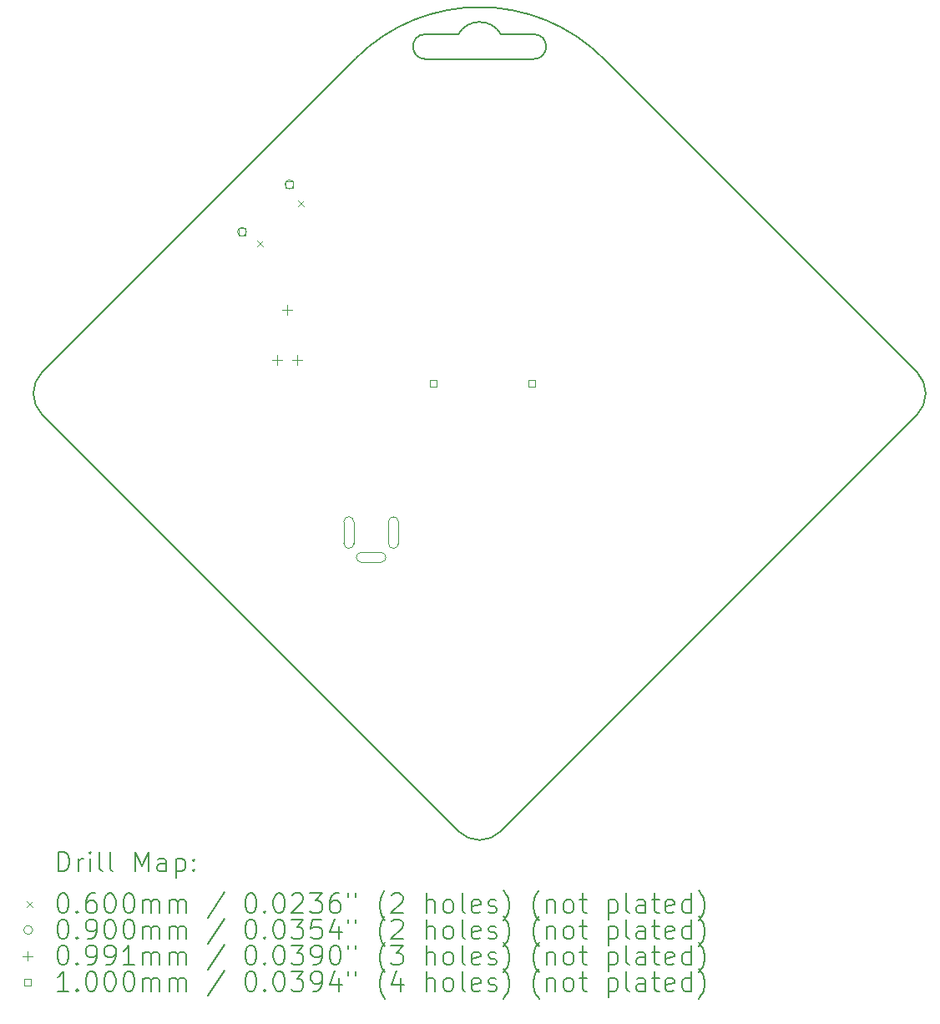
<source format=gbr>
%TF.GenerationSoftware,KiCad,Pcbnew,7.0.8-7.0.8~ubuntu23.04.1*%
%TF.CreationDate,2023-11-14T21:47:51+00:00*%
%TF.ProjectId,demo-badge-2023,64656d6f-2d62-4616-9467-652d32303233,1*%
%TF.SameCoordinates,Original*%
%TF.FileFunction,Drillmap*%
%TF.FilePolarity,Positive*%
%FSLAX45Y45*%
G04 Gerber Fmt 4.5, Leading zero omitted, Abs format (unit mm)*
G04 Created by KiCad (PCBNEW 7.0.8-7.0.8~ubuntu23.04.1) date 2023-11-14 21:47:51*
%MOMM*%
%LPD*%
G01*
G04 APERTURE LIST*
%ADD10C,0.100000*%
%ADD11C,0.150000*%
%ADD12C,0.200000*%
%ADD13C,0.060000*%
%ADD14C,0.090000*%
%ADD15C,0.099060*%
G04 APERTURE END LIST*
D10*
X12177040Y-10103120D02*
G75*
G03*
X12075440Y-10103120I-50800J0D01*
G01*
D11*
X8564999Y-8584501D02*
G75*
G03*
X8565000Y-9019800I217651J-217649D01*
G01*
X17435000Y-9019800D02*
X13212132Y-13241634D01*
X14256882Y-5406566D02*
X17435000Y-8584502D01*
X12450000Y-5410948D02*
X13550000Y-5410948D01*
D10*
X11724920Y-10321560D02*
X11724920Y-10103120D01*
D11*
X12783494Y-5160948D02*
X12450000Y-5160948D01*
D10*
X11623320Y-10321560D02*
G75*
G03*
X11724920Y-10321560I50800J0D01*
G01*
X12075440Y-10103120D02*
X12075440Y-10321560D01*
D11*
X13216506Y-5160948D02*
G75*
G03*
X12783494Y-5160948I-216506J-125000D01*
G01*
X17434999Y-9019799D02*
G75*
G03*
X17435000Y-8584502I-217649J217649D01*
G01*
D10*
X11999240Y-10514600D02*
G75*
G03*
X11999240Y-10413000I0J50800D01*
G01*
D11*
X13550000Y-5160948D02*
X13216506Y-5160948D01*
X12450000Y-5160952D02*
G75*
G03*
X12450000Y-5410948I0J-124998D01*
G01*
X12787868Y-13241634D02*
G75*
G03*
X13212132Y-13241634I212132J212132D01*
G01*
D10*
X11623320Y-10103120D02*
X11623320Y-10321560D01*
D11*
X13550000Y-5410952D02*
G75*
G03*
X13550000Y-5160948I0J125002D01*
G01*
D10*
X11801120Y-10514600D02*
X11999240Y-10514600D01*
X11724920Y-10103120D02*
G75*
G03*
X11623320Y-10103120I-50800J0D01*
G01*
X11801120Y-10413000D02*
G75*
G03*
X11801120Y-10514600I0J-50800D01*
G01*
X12177040Y-10321560D02*
X12177040Y-10103120D01*
X12075440Y-10321560D02*
G75*
G03*
X12177040Y-10321560I50800J0D01*
G01*
D11*
X14256882Y-5406566D02*
G75*
G03*
X11743118Y-5406566I-1256882J-1256884D01*
G01*
D10*
X11999240Y-10413000D02*
X11801120Y-10413000D01*
D11*
X8565000Y-8584502D02*
X11743118Y-5406566D01*
X12787868Y-13241634D02*
X8565000Y-9019800D01*
D12*
D13*
X10747118Y-7251515D02*
X10807118Y-7311515D01*
X10807118Y-7251515D02*
X10747118Y-7311515D01*
X11155826Y-6842807D02*
X11215826Y-6902807D01*
X11215826Y-6842807D02*
X11155826Y-6902807D01*
D14*
X10635424Y-7163456D02*
G75*
G03*
X10635424Y-7163456I-45000J0D01*
G01*
X11116256Y-6682624D02*
G75*
G03*
X11116256Y-6682624I-45000J0D01*
G01*
D15*
X10950000Y-8415270D02*
X10950000Y-8514330D01*
X10900470Y-8464800D02*
X10999530Y-8464800D01*
X11051600Y-7907270D02*
X11051600Y-8006330D01*
X11002070Y-7956800D02*
X11101130Y-7956800D01*
X11153200Y-8415270D02*
X11153200Y-8514330D01*
X11103670Y-8464800D02*
X11202730Y-8464800D01*
D10*
X10625882Y-7198421D02*
X10625882Y-7127709D01*
X10555170Y-7127709D01*
X10555170Y-7198421D01*
X10625882Y-7198421D01*
X11106714Y-6717588D02*
X11106714Y-6646877D01*
X11036003Y-6646877D01*
X11036003Y-6717588D01*
X11106714Y-6717588D01*
X12565356Y-8735156D02*
X12565356Y-8664444D01*
X12494644Y-8664444D01*
X12494644Y-8735156D01*
X12565356Y-8735156D01*
X13565356Y-8735156D02*
X13565356Y-8664444D01*
X13494644Y-8664444D01*
X13494644Y-8735156D01*
X13565356Y-8735156D01*
D12*
X8728123Y-13648486D02*
X8728123Y-13448486D01*
X8728123Y-13448486D02*
X8775742Y-13448486D01*
X8775742Y-13448486D02*
X8804314Y-13458010D01*
X8804314Y-13458010D02*
X8823361Y-13477057D01*
X8823361Y-13477057D02*
X8832885Y-13496105D01*
X8832885Y-13496105D02*
X8842409Y-13534200D01*
X8842409Y-13534200D02*
X8842409Y-13562771D01*
X8842409Y-13562771D02*
X8832885Y-13600867D01*
X8832885Y-13600867D02*
X8823361Y-13619914D01*
X8823361Y-13619914D02*
X8804314Y-13638962D01*
X8804314Y-13638962D02*
X8775742Y-13648486D01*
X8775742Y-13648486D02*
X8728123Y-13648486D01*
X8928123Y-13648486D02*
X8928123Y-13515152D01*
X8928123Y-13553248D02*
X8937647Y-13534200D01*
X8937647Y-13534200D02*
X8947171Y-13524676D01*
X8947171Y-13524676D02*
X8966218Y-13515152D01*
X8966218Y-13515152D02*
X8985266Y-13515152D01*
X9051933Y-13648486D02*
X9051933Y-13515152D01*
X9051933Y-13448486D02*
X9042409Y-13458010D01*
X9042409Y-13458010D02*
X9051933Y-13467533D01*
X9051933Y-13467533D02*
X9061457Y-13458010D01*
X9061457Y-13458010D02*
X9051933Y-13448486D01*
X9051933Y-13448486D02*
X9051933Y-13467533D01*
X9175742Y-13648486D02*
X9156695Y-13638962D01*
X9156695Y-13638962D02*
X9147171Y-13619914D01*
X9147171Y-13619914D02*
X9147171Y-13448486D01*
X9280504Y-13648486D02*
X9261457Y-13638962D01*
X9261457Y-13638962D02*
X9251933Y-13619914D01*
X9251933Y-13619914D02*
X9251933Y-13448486D01*
X9509076Y-13648486D02*
X9509076Y-13448486D01*
X9509076Y-13448486D02*
X9575742Y-13591343D01*
X9575742Y-13591343D02*
X9642409Y-13448486D01*
X9642409Y-13448486D02*
X9642409Y-13648486D01*
X9823361Y-13648486D02*
X9823361Y-13543724D01*
X9823361Y-13543724D02*
X9813838Y-13524676D01*
X9813838Y-13524676D02*
X9794790Y-13515152D01*
X9794790Y-13515152D02*
X9756695Y-13515152D01*
X9756695Y-13515152D02*
X9737647Y-13524676D01*
X9823361Y-13638962D02*
X9804314Y-13648486D01*
X9804314Y-13648486D02*
X9756695Y-13648486D01*
X9756695Y-13648486D02*
X9737647Y-13638962D01*
X9737647Y-13638962D02*
X9728123Y-13619914D01*
X9728123Y-13619914D02*
X9728123Y-13600867D01*
X9728123Y-13600867D02*
X9737647Y-13581819D01*
X9737647Y-13581819D02*
X9756695Y-13572295D01*
X9756695Y-13572295D02*
X9804314Y-13572295D01*
X9804314Y-13572295D02*
X9823361Y-13562771D01*
X9918599Y-13515152D02*
X9918599Y-13715152D01*
X9918599Y-13524676D02*
X9937647Y-13515152D01*
X9937647Y-13515152D02*
X9975742Y-13515152D01*
X9975742Y-13515152D02*
X9994790Y-13524676D01*
X9994790Y-13524676D02*
X10004314Y-13534200D01*
X10004314Y-13534200D02*
X10013838Y-13553248D01*
X10013838Y-13553248D02*
X10013838Y-13610390D01*
X10013838Y-13610390D02*
X10004314Y-13629438D01*
X10004314Y-13629438D02*
X9994790Y-13638962D01*
X9994790Y-13638962D02*
X9975742Y-13648486D01*
X9975742Y-13648486D02*
X9937647Y-13648486D01*
X9937647Y-13648486D02*
X9918599Y-13638962D01*
X10099552Y-13629438D02*
X10109076Y-13638962D01*
X10109076Y-13638962D02*
X10099552Y-13648486D01*
X10099552Y-13648486D02*
X10090028Y-13638962D01*
X10090028Y-13638962D02*
X10099552Y-13629438D01*
X10099552Y-13629438D02*
X10099552Y-13648486D01*
X10099552Y-13524676D02*
X10109076Y-13534200D01*
X10109076Y-13534200D02*
X10099552Y-13543724D01*
X10099552Y-13543724D02*
X10090028Y-13534200D01*
X10090028Y-13534200D02*
X10099552Y-13524676D01*
X10099552Y-13524676D02*
X10099552Y-13543724D01*
D13*
X8407346Y-13947002D02*
X8467346Y-14007002D01*
X8467346Y-13947002D02*
X8407346Y-14007002D01*
D12*
X8766218Y-13868486D02*
X8785266Y-13868486D01*
X8785266Y-13868486D02*
X8804314Y-13878010D01*
X8804314Y-13878010D02*
X8813838Y-13887533D01*
X8813838Y-13887533D02*
X8823361Y-13906581D01*
X8823361Y-13906581D02*
X8832885Y-13944676D01*
X8832885Y-13944676D02*
X8832885Y-13992295D01*
X8832885Y-13992295D02*
X8823361Y-14030390D01*
X8823361Y-14030390D02*
X8813838Y-14049438D01*
X8813838Y-14049438D02*
X8804314Y-14058962D01*
X8804314Y-14058962D02*
X8785266Y-14068486D01*
X8785266Y-14068486D02*
X8766218Y-14068486D01*
X8766218Y-14068486D02*
X8747171Y-14058962D01*
X8747171Y-14058962D02*
X8737647Y-14049438D01*
X8737647Y-14049438D02*
X8728123Y-14030390D01*
X8728123Y-14030390D02*
X8718599Y-13992295D01*
X8718599Y-13992295D02*
X8718599Y-13944676D01*
X8718599Y-13944676D02*
X8728123Y-13906581D01*
X8728123Y-13906581D02*
X8737647Y-13887533D01*
X8737647Y-13887533D02*
X8747171Y-13878010D01*
X8747171Y-13878010D02*
X8766218Y-13868486D01*
X8918599Y-14049438D02*
X8928123Y-14058962D01*
X8928123Y-14058962D02*
X8918599Y-14068486D01*
X8918599Y-14068486D02*
X8909076Y-14058962D01*
X8909076Y-14058962D02*
X8918599Y-14049438D01*
X8918599Y-14049438D02*
X8918599Y-14068486D01*
X9099552Y-13868486D02*
X9061457Y-13868486D01*
X9061457Y-13868486D02*
X9042409Y-13878010D01*
X9042409Y-13878010D02*
X9032885Y-13887533D01*
X9032885Y-13887533D02*
X9013838Y-13916105D01*
X9013838Y-13916105D02*
X9004314Y-13954200D01*
X9004314Y-13954200D02*
X9004314Y-14030390D01*
X9004314Y-14030390D02*
X9013838Y-14049438D01*
X9013838Y-14049438D02*
X9023361Y-14058962D01*
X9023361Y-14058962D02*
X9042409Y-14068486D01*
X9042409Y-14068486D02*
X9080504Y-14068486D01*
X9080504Y-14068486D02*
X9099552Y-14058962D01*
X9099552Y-14058962D02*
X9109076Y-14049438D01*
X9109076Y-14049438D02*
X9118599Y-14030390D01*
X9118599Y-14030390D02*
X9118599Y-13982771D01*
X9118599Y-13982771D02*
X9109076Y-13963724D01*
X9109076Y-13963724D02*
X9099552Y-13954200D01*
X9099552Y-13954200D02*
X9080504Y-13944676D01*
X9080504Y-13944676D02*
X9042409Y-13944676D01*
X9042409Y-13944676D02*
X9023361Y-13954200D01*
X9023361Y-13954200D02*
X9013838Y-13963724D01*
X9013838Y-13963724D02*
X9004314Y-13982771D01*
X9242409Y-13868486D02*
X9261457Y-13868486D01*
X9261457Y-13868486D02*
X9280504Y-13878010D01*
X9280504Y-13878010D02*
X9290028Y-13887533D01*
X9290028Y-13887533D02*
X9299552Y-13906581D01*
X9299552Y-13906581D02*
X9309076Y-13944676D01*
X9309076Y-13944676D02*
X9309076Y-13992295D01*
X9309076Y-13992295D02*
X9299552Y-14030390D01*
X9299552Y-14030390D02*
X9290028Y-14049438D01*
X9290028Y-14049438D02*
X9280504Y-14058962D01*
X9280504Y-14058962D02*
X9261457Y-14068486D01*
X9261457Y-14068486D02*
X9242409Y-14068486D01*
X9242409Y-14068486D02*
X9223361Y-14058962D01*
X9223361Y-14058962D02*
X9213838Y-14049438D01*
X9213838Y-14049438D02*
X9204314Y-14030390D01*
X9204314Y-14030390D02*
X9194790Y-13992295D01*
X9194790Y-13992295D02*
X9194790Y-13944676D01*
X9194790Y-13944676D02*
X9204314Y-13906581D01*
X9204314Y-13906581D02*
X9213838Y-13887533D01*
X9213838Y-13887533D02*
X9223361Y-13878010D01*
X9223361Y-13878010D02*
X9242409Y-13868486D01*
X9432885Y-13868486D02*
X9451933Y-13868486D01*
X9451933Y-13868486D02*
X9470980Y-13878010D01*
X9470980Y-13878010D02*
X9480504Y-13887533D01*
X9480504Y-13887533D02*
X9490028Y-13906581D01*
X9490028Y-13906581D02*
X9499552Y-13944676D01*
X9499552Y-13944676D02*
X9499552Y-13992295D01*
X9499552Y-13992295D02*
X9490028Y-14030390D01*
X9490028Y-14030390D02*
X9480504Y-14049438D01*
X9480504Y-14049438D02*
X9470980Y-14058962D01*
X9470980Y-14058962D02*
X9451933Y-14068486D01*
X9451933Y-14068486D02*
X9432885Y-14068486D01*
X9432885Y-14068486D02*
X9413838Y-14058962D01*
X9413838Y-14058962D02*
X9404314Y-14049438D01*
X9404314Y-14049438D02*
X9394790Y-14030390D01*
X9394790Y-14030390D02*
X9385266Y-13992295D01*
X9385266Y-13992295D02*
X9385266Y-13944676D01*
X9385266Y-13944676D02*
X9394790Y-13906581D01*
X9394790Y-13906581D02*
X9404314Y-13887533D01*
X9404314Y-13887533D02*
X9413838Y-13878010D01*
X9413838Y-13878010D02*
X9432885Y-13868486D01*
X9585266Y-14068486D02*
X9585266Y-13935152D01*
X9585266Y-13954200D02*
X9594790Y-13944676D01*
X9594790Y-13944676D02*
X9613838Y-13935152D01*
X9613838Y-13935152D02*
X9642409Y-13935152D01*
X9642409Y-13935152D02*
X9661457Y-13944676D01*
X9661457Y-13944676D02*
X9670980Y-13963724D01*
X9670980Y-13963724D02*
X9670980Y-14068486D01*
X9670980Y-13963724D02*
X9680504Y-13944676D01*
X9680504Y-13944676D02*
X9699552Y-13935152D01*
X9699552Y-13935152D02*
X9728123Y-13935152D01*
X9728123Y-13935152D02*
X9747171Y-13944676D01*
X9747171Y-13944676D02*
X9756695Y-13963724D01*
X9756695Y-13963724D02*
X9756695Y-14068486D01*
X9851933Y-14068486D02*
X9851933Y-13935152D01*
X9851933Y-13954200D02*
X9861457Y-13944676D01*
X9861457Y-13944676D02*
X9880504Y-13935152D01*
X9880504Y-13935152D02*
X9909076Y-13935152D01*
X9909076Y-13935152D02*
X9928123Y-13944676D01*
X9928123Y-13944676D02*
X9937647Y-13963724D01*
X9937647Y-13963724D02*
X9937647Y-14068486D01*
X9937647Y-13963724D02*
X9947171Y-13944676D01*
X9947171Y-13944676D02*
X9966219Y-13935152D01*
X9966219Y-13935152D02*
X9994790Y-13935152D01*
X9994790Y-13935152D02*
X10013838Y-13944676D01*
X10013838Y-13944676D02*
X10023361Y-13963724D01*
X10023361Y-13963724D02*
X10023361Y-14068486D01*
X10413838Y-13858962D02*
X10242409Y-14116105D01*
X10670981Y-13868486D02*
X10690028Y-13868486D01*
X10690028Y-13868486D02*
X10709076Y-13878010D01*
X10709076Y-13878010D02*
X10718600Y-13887533D01*
X10718600Y-13887533D02*
X10728123Y-13906581D01*
X10728123Y-13906581D02*
X10737647Y-13944676D01*
X10737647Y-13944676D02*
X10737647Y-13992295D01*
X10737647Y-13992295D02*
X10728123Y-14030390D01*
X10728123Y-14030390D02*
X10718600Y-14049438D01*
X10718600Y-14049438D02*
X10709076Y-14058962D01*
X10709076Y-14058962D02*
X10690028Y-14068486D01*
X10690028Y-14068486D02*
X10670981Y-14068486D01*
X10670981Y-14068486D02*
X10651933Y-14058962D01*
X10651933Y-14058962D02*
X10642409Y-14049438D01*
X10642409Y-14049438D02*
X10632885Y-14030390D01*
X10632885Y-14030390D02*
X10623362Y-13992295D01*
X10623362Y-13992295D02*
X10623362Y-13944676D01*
X10623362Y-13944676D02*
X10632885Y-13906581D01*
X10632885Y-13906581D02*
X10642409Y-13887533D01*
X10642409Y-13887533D02*
X10651933Y-13878010D01*
X10651933Y-13878010D02*
X10670981Y-13868486D01*
X10823362Y-14049438D02*
X10832885Y-14058962D01*
X10832885Y-14058962D02*
X10823362Y-14068486D01*
X10823362Y-14068486D02*
X10813838Y-14058962D01*
X10813838Y-14058962D02*
X10823362Y-14049438D01*
X10823362Y-14049438D02*
X10823362Y-14068486D01*
X10956695Y-13868486D02*
X10975743Y-13868486D01*
X10975743Y-13868486D02*
X10994790Y-13878010D01*
X10994790Y-13878010D02*
X11004314Y-13887533D01*
X11004314Y-13887533D02*
X11013838Y-13906581D01*
X11013838Y-13906581D02*
X11023362Y-13944676D01*
X11023362Y-13944676D02*
X11023362Y-13992295D01*
X11023362Y-13992295D02*
X11013838Y-14030390D01*
X11013838Y-14030390D02*
X11004314Y-14049438D01*
X11004314Y-14049438D02*
X10994790Y-14058962D01*
X10994790Y-14058962D02*
X10975743Y-14068486D01*
X10975743Y-14068486D02*
X10956695Y-14068486D01*
X10956695Y-14068486D02*
X10937647Y-14058962D01*
X10937647Y-14058962D02*
X10928123Y-14049438D01*
X10928123Y-14049438D02*
X10918600Y-14030390D01*
X10918600Y-14030390D02*
X10909076Y-13992295D01*
X10909076Y-13992295D02*
X10909076Y-13944676D01*
X10909076Y-13944676D02*
X10918600Y-13906581D01*
X10918600Y-13906581D02*
X10928123Y-13887533D01*
X10928123Y-13887533D02*
X10937647Y-13878010D01*
X10937647Y-13878010D02*
X10956695Y-13868486D01*
X11099552Y-13887533D02*
X11109076Y-13878010D01*
X11109076Y-13878010D02*
X11128123Y-13868486D01*
X11128123Y-13868486D02*
X11175743Y-13868486D01*
X11175743Y-13868486D02*
X11194790Y-13878010D01*
X11194790Y-13878010D02*
X11204314Y-13887533D01*
X11204314Y-13887533D02*
X11213838Y-13906581D01*
X11213838Y-13906581D02*
X11213838Y-13925629D01*
X11213838Y-13925629D02*
X11204314Y-13954200D01*
X11204314Y-13954200D02*
X11090028Y-14068486D01*
X11090028Y-14068486D02*
X11213838Y-14068486D01*
X11280504Y-13868486D02*
X11404314Y-13868486D01*
X11404314Y-13868486D02*
X11337647Y-13944676D01*
X11337647Y-13944676D02*
X11366219Y-13944676D01*
X11366219Y-13944676D02*
X11385266Y-13954200D01*
X11385266Y-13954200D02*
X11394790Y-13963724D01*
X11394790Y-13963724D02*
X11404314Y-13982771D01*
X11404314Y-13982771D02*
X11404314Y-14030390D01*
X11404314Y-14030390D02*
X11394790Y-14049438D01*
X11394790Y-14049438D02*
X11385266Y-14058962D01*
X11385266Y-14058962D02*
X11366219Y-14068486D01*
X11366219Y-14068486D02*
X11309076Y-14068486D01*
X11309076Y-14068486D02*
X11290028Y-14058962D01*
X11290028Y-14058962D02*
X11280504Y-14049438D01*
X11575742Y-13868486D02*
X11537647Y-13868486D01*
X11537647Y-13868486D02*
X11518600Y-13878010D01*
X11518600Y-13878010D02*
X11509076Y-13887533D01*
X11509076Y-13887533D02*
X11490028Y-13916105D01*
X11490028Y-13916105D02*
X11480504Y-13954200D01*
X11480504Y-13954200D02*
X11480504Y-14030390D01*
X11480504Y-14030390D02*
X11490028Y-14049438D01*
X11490028Y-14049438D02*
X11499552Y-14058962D01*
X11499552Y-14058962D02*
X11518600Y-14068486D01*
X11518600Y-14068486D02*
X11556695Y-14068486D01*
X11556695Y-14068486D02*
X11575742Y-14058962D01*
X11575742Y-14058962D02*
X11585266Y-14049438D01*
X11585266Y-14049438D02*
X11594790Y-14030390D01*
X11594790Y-14030390D02*
X11594790Y-13982771D01*
X11594790Y-13982771D02*
X11585266Y-13963724D01*
X11585266Y-13963724D02*
X11575742Y-13954200D01*
X11575742Y-13954200D02*
X11556695Y-13944676D01*
X11556695Y-13944676D02*
X11518600Y-13944676D01*
X11518600Y-13944676D02*
X11499552Y-13954200D01*
X11499552Y-13954200D02*
X11490028Y-13963724D01*
X11490028Y-13963724D02*
X11480504Y-13982771D01*
X11670981Y-13868486D02*
X11670981Y-13906581D01*
X11747171Y-13868486D02*
X11747171Y-13906581D01*
X12042409Y-14144676D02*
X12032885Y-14135152D01*
X12032885Y-14135152D02*
X12013838Y-14106581D01*
X12013838Y-14106581D02*
X12004314Y-14087533D01*
X12004314Y-14087533D02*
X11994790Y-14058962D01*
X11994790Y-14058962D02*
X11985266Y-14011343D01*
X11985266Y-14011343D02*
X11985266Y-13973248D01*
X11985266Y-13973248D02*
X11994790Y-13925629D01*
X11994790Y-13925629D02*
X12004314Y-13897057D01*
X12004314Y-13897057D02*
X12013838Y-13878010D01*
X12013838Y-13878010D02*
X12032885Y-13849438D01*
X12032885Y-13849438D02*
X12042409Y-13839914D01*
X12109076Y-13887533D02*
X12118600Y-13878010D01*
X12118600Y-13878010D02*
X12137647Y-13868486D01*
X12137647Y-13868486D02*
X12185266Y-13868486D01*
X12185266Y-13868486D02*
X12204314Y-13878010D01*
X12204314Y-13878010D02*
X12213838Y-13887533D01*
X12213838Y-13887533D02*
X12223362Y-13906581D01*
X12223362Y-13906581D02*
X12223362Y-13925629D01*
X12223362Y-13925629D02*
X12213838Y-13954200D01*
X12213838Y-13954200D02*
X12099552Y-14068486D01*
X12099552Y-14068486D02*
X12223362Y-14068486D01*
X12461457Y-14068486D02*
X12461457Y-13868486D01*
X12547171Y-14068486D02*
X12547171Y-13963724D01*
X12547171Y-13963724D02*
X12537647Y-13944676D01*
X12537647Y-13944676D02*
X12518600Y-13935152D01*
X12518600Y-13935152D02*
X12490028Y-13935152D01*
X12490028Y-13935152D02*
X12470981Y-13944676D01*
X12470981Y-13944676D02*
X12461457Y-13954200D01*
X12670981Y-14068486D02*
X12651933Y-14058962D01*
X12651933Y-14058962D02*
X12642409Y-14049438D01*
X12642409Y-14049438D02*
X12632885Y-14030390D01*
X12632885Y-14030390D02*
X12632885Y-13973248D01*
X12632885Y-13973248D02*
X12642409Y-13954200D01*
X12642409Y-13954200D02*
X12651933Y-13944676D01*
X12651933Y-13944676D02*
X12670981Y-13935152D01*
X12670981Y-13935152D02*
X12699552Y-13935152D01*
X12699552Y-13935152D02*
X12718600Y-13944676D01*
X12718600Y-13944676D02*
X12728124Y-13954200D01*
X12728124Y-13954200D02*
X12737647Y-13973248D01*
X12737647Y-13973248D02*
X12737647Y-14030390D01*
X12737647Y-14030390D02*
X12728124Y-14049438D01*
X12728124Y-14049438D02*
X12718600Y-14058962D01*
X12718600Y-14058962D02*
X12699552Y-14068486D01*
X12699552Y-14068486D02*
X12670981Y-14068486D01*
X12851933Y-14068486D02*
X12832885Y-14058962D01*
X12832885Y-14058962D02*
X12823362Y-14039914D01*
X12823362Y-14039914D02*
X12823362Y-13868486D01*
X13004314Y-14058962D02*
X12985266Y-14068486D01*
X12985266Y-14068486D02*
X12947171Y-14068486D01*
X12947171Y-14068486D02*
X12928124Y-14058962D01*
X12928124Y-14058962D02*
X12918600Y-14039914D01*
X12918600Y-14039914D02*
X12918600Y-13963724D01*
X12918600Y-13963724D02*
X12928124Y-13944676D01*
X12928124Y-13944676D02*
X12947171Y-13935152D01*
X12947171Y-13935152D02*
X12985266Y-13935152D01*
X12985266Y-13935152D02*
X13004314Y-13944676D01*
X13004314Y-13944676D02*
X13013838Y-13963724D01*
X13013838Y-13963724D02*
X13013838Y-13982771D01*
X13013838Y-13982771D02*
X12918600Y-14001819D01*
X13090028Y-14058962D02*
X13109076Y-14068486D01*
X13109076Y-14068486D02*
X13147171Y-14068486D01*
X13147171Y-14068486D02*
X13166219Y-14058962D01*
X13166219Y-14058962D02*
X13175743Y-14039914D01*
X13175743Y-14039914D02*
X13175743Y-14030390D01*
X13175743Y-14030390D02*
X13166219Y-14011343D01*
X13166219Y-14011343D02*
X13147171Y-14001819D01*
X13147171Y-14001819D02*
X13118600Y-14001819D01*
X13118600Y-14001819D02*
X13099552Y-13992295D01*
X13099552Y-13992295D02*
X13090028Y-13973248D01*
X13090028Y-13973248D02*
X13090028Y-13963724D01*
X13090028Y-13963724D02*
X13099552Y-13944676D01*
X13099552Y-13944676D02*
X13118600Y-13935152D01*
X13118600Y-13935152D02*
X13147171Y-13935152D01*
X13147171Y-13935152D02*
X13166219Y-13944676D01*
X13242409Y-14144676D02*
X13251933Y-14135152D01*
X13251933Y-14135152D02*
X13270981Y-14106581D01*
X13270981Y-14106581D02*
X13280505Y-14087533D01*
X13280505Y-14087533D02*
X13290028Y-14058962D01*
X13290028Y-14058962D02*
X13299552Y-14011343D01*
X13299552Y-14011343D02*
X13299552Y-13973248D01*
X13299552Y-13973248D02*
X13290028Y-13925629D01*
X13290028Y-13925629D02*
X13280505Y-13897057D01*
X13280505Y-13897057D02*
X13270981Y-13878010D01*
X13270981Y-13878010D02*
X13251933Y-13849438D01*
X13251933Y-13849438D02*
X13242409Y-13839914D01*
X13604314Y-14144676D02*
X13594790Y-14135152D01*
X13594790Y-14135152D02*
X13575743Y-14106581D01*
X13575743Y-14106581D02*
X13566219Y-14087533D01*
X13566219Y-14087533D02*
X13556695Y-14058962D01*
X13556695Y-14058962D02*
X13547171Y-14011343D01*
X13547171Y-14011343D02*
X13547171Y-13973248D01*
X13547171Y-13973248D02*
X13556695Y-13925629D01*
X13556695Y-13925629D02*
X13566219Y-13897057D01*
X13566219Y-13897057D02*
X13575743Y-13878010D01*
X13575743Y-13878010D02*
X13594790Y-13849438D01*
X13594790Y-13849438D02*
X13604314Y-13839914D01*
X13680505Y-13935152D02*
X13680505Y-14068486D01*
X13680505Y-13954200D02*
X13690028Y-13944676D01*
X13690028Y-13944676D02*
X13709076Y-13935152D01*
X13709076Y-13935152D02*
X13737647Y-13935152D01*
X13737647Y-13935152D02*
X13756695Y-13944676D01*
X13756695Y-13944676D02*
X13766219Y-13963724D01*
X13766219Y-13963724D02*
X13766219Y-14068486D01*
X13890028Y-14068486D02*
X13870981Y-14058962D01*
X13870981Y-14058962D02*
X13861457Y-14049438D01*
X13861457Y-14049438D02*
X13851933Y-14030390D01*
X13851933Y-14030390D02*
X13851933Y-13973248D01*
X13851933Y-13973248D02*
X13861457Y-13954200D01*
X13861457Y-13954200D02*
X13870981Y-13944676D01*
X13870981Y-13944676D02*
X13890028Y-13935152D01*
X13890028Y-13935152D02*
X13918600Y-13935152D01*
X13918600Y-13935152D02*
X13937647Y-13944676D01*
X13937647Y-13944676D02*
X13947171Y-13954200D01*
X13947171Y-13954200D02*
X13956695Y-13973248D01*
X13956695Y-13973248D02*
X13956695Y-14030390D01*
X13956695Y-14030390D02*
X13947171Y-14049438D01*
X13947171Y-14049438D02*
X13937647Y-14058962D01*
X13937647Y-14058962D02*
X13918600Y-14068486D01*
X13918600Y-14068486D02*
X13890028Y-14068486D01*
X14013838Y-13935152D02*
X14090028Y-13935152D01*
X14042409Y-13868486D02*
X14042409Y-14039914D01*
X14042409Y-14039914D02*
X14051933Y-14058962D01*
X14051933Y-14058962D02*
X14070981Y-14068486D01*
X14070981Y-14068486D02*
X14090028Y-14068486D01*
X14309076Y-13935152D02*
X14309076Y-14135152D01*
X14309076Y-13944676D02*
X14328124Y-13935152D01*
X14328124Y-13935152D02*
X14366219Y-13935152D01*
X14366219Y-13935152D02*
X14385267Y-13944676D01*
X14385267Y-13944676D02*
X14394790Y-13954200D01*
X14394790Y-13954200D02*
X14404314Y-13973248D01*
X14404314Y-13973248D02*
X14404314Y-14030390D01*
X14404314Y-14030390D02*
X14394790Y-14049438D01*
X14394790Y-14049438D02*
X14385267Y-14058962D01*
X14385267Y-14058962D02*
X14366219Y-14068486D01*
X14366219Y-14068486D02*
X14328124Y-14068486D01*
X14328124Y-14068486D02*
X14309076Y-14058962D01*
X14518600Y-14068486D02*
X14499552Y-14058962D01*
X14499552Y-14058962D02*
X14490028Y-14039914D01*
X14490028Y-14039914D02*
X14490028Y-13868486D01*
X14680505Y-14068486D02*
X14680505Y-13963724D01*
X14680505Y-13963724D02*
X14670981Y-13944676D01*
X14670981Y-13944676D02*
X14651933Y-13935152D01*
X14651933Y-13935152D02*
X14613838Y-13935152D01*
X14613838Y-13935152D02*
X14594790Y-13944676D01*
X14680505Y-14058962D02*
X14661457Y-14068486D01*
X14661457Y-14068486D02*
X14613838Y-14068486D01*
X14613838Y-14068486D02*
X14594790Y-14058962D01*
X14594790Y-14058962D02*
X14585267Y-14039914D01*
X14585267Y-14039914D02*
X14585267Y-14020867D01*
X14585267Y-14020867D02*
X14594790Y-14001819D01*
X14594790Y-14001819D02*
X14613838Y-13992295D01*
X14613838Y-13992295D02*
X14661457Y-13992295D01*
X14661457Y-13992295D02*
X14680505Y-13982771D01*
X14747171Y-13935152D02*
X14823362Y-13935152D01*
X14775743Y-13868486D02*
X14775743Y-14039914D01*
X14775743Y-14039914D02*
X14785267Y-14058962D01*
X14785267Y-14058962D02*
X14804314Y-14068486D01*
X14804314Y-14068486D02*
X14823362Y-14068486D01*
X14966219Y-14058962D02*
X14947171Y-14068486D01*
X14947171Y-14068486D02*
X14909076Y-14068486D01*
X14909076Y-14068486D02*
X14890028Y-14058962D01*
X14890028Y-14058962D02*
X14880505Y-14039914D01*
X14880505Y-14039914D02*
X14880505Y-13963724D01*
X14880505Y-13963724D02*
X14890028Y-13944676D01*
X14890028Y-13944676D02*
X14909076Y-13935152D01*
X14909076Y-13935152D02*
X14947171Y-13935152D01*
X14947171Y-13935152D02*
X14966219Y-13944676D01*
X14966219Y-13944676D02*
X14975743Y-13963724D01*
X14975743Y-13963724D02*
X14975743Y-13982771D01*
X14975743Y-13982771D02*
X14880505Y-14001819D01*
X15147171Y-14068486D02*
X15147171Y-13868486D01*
X15147171Y-14058962D02*
X15128124Y-14068486D01*
X15128124Y-14068486D02*
X15090028Y-14068486D01*
X15090028Y-14068486D02*
X15070981Y-14058962D01*
X15070981Y-14058962D02*
X15061457Y-14049438D01*
X15061457Y-14049438D02*
X15051933Y-14030390D01*
X15051933Y-14030390D02*
X15051933Y-13973248D01*
X15051933Y-13973248D02*
X15061457Y-13954200D01*
X15061457Y-13954200D02*
X15070981Y-13944676D01*
X15070981Y-13944676D02*
X15090028Y-13935152D01*
X15090028Y-13935152D02*
X15128124Y-13935152D01*
X15128124Y-13935152D02*
X15147171Y-13944676D01*
X15223362Y-14144676D02*
X15232886Y-14135152D01*
X15232886Y-14135152D02*
X15251933Y-14106581D01*
X15251933Y-14106581D02*
X15261457Y-14087533D01*
X15261457Y-14087533D02*
X15270981Y-14058962D01*
X15270981Y-14058962D02*
X15280505Y-14011343D01*
X15280505Y-14011343D02*
X15280505Y-13973248D01*
X15280505Y-13973248D02*
X15270981Y-13925629D01*
X15270981Y-13925629D02*
X15261457Y-13897057D01*
X15261457Y-13897057D02*
X15251933Y-13878010D01*
X15251933Y-13878010D02*
X15232886Y-13849438D01*
X15232886Y-13849438D02*
X15223362Y-13839914D01*
D14*
X8467346Y-14241002D02*
G75*
G03*
X8467346Y-14241002I-45000J0D01*
G01*
D12*
X8766218Y-14132486D02*
X8785266Y-14132486D01*
X8785266Y-14132486D02*
X8804314Y-14142010D01*
X8804314Y-14142010D02*
X8813838Y-14151533D01*
X8813838Y-14151533D02*
X8823361Y-14170581D01*
X8823361Y-14170581D02*
X8832885Y-14208676D01*
X8832885Y-14208676D02*
X8832885Y-14256295D01*
X8832885Y-14256295D02*
X8823361Y-14294390D01*
X8823361Y-14294390D02*
X8813838Y-14313438D01*
X8813838Y-14313438D02*
X8804314Y-14322962D01*
X8804314Y-14322962D02*
X8785266Y-14332486D01*
X8785266Y-14332486D02*
X8766218Y-14332486D01*
X8766218Y-14332486D02*
X8747171Y-14322962D01*
X8747171Y-14322962D02*
X8737647Y-14313438D01*
X8737647Y-14313438D02*
X8728123Y-14294390D01*
X8728123Y-14294390D02*
X8718599Y-14256295D01*
X8718599Y-14256295D02*
X8718599Y-14208676D01*
X8718599Y-14208676D02*
X8728123Y-14170581D01*
X8728123Y-14170581D02*
X8737647Y-14151533D01*
X8737647Y-14151533D02*
X8747171Y-14142010D01*
X8747171Y-14142010D02*
X8766218Y-14132486D01*
X8918599Y-14313438D02*
X8928123Y-14322962D01*
X8928123Y-14322962D02*
X8918599Y-14332486D01*
X8918599Y-14332486D02*
X8909076Y-14322962D01*
X8909076Y-14322962D02*
X8918599Y-14313438D01*
X8918599Y-14313438D02*
X8918599Y-14332486D01*
X9023361Y-14332486D02*
X9061457Y-14332486D01*
X9061457Y-14332486D02*
X9080504Y-14322962D01*
X9080504Y-14322962D02*
X9090028Y-14313438D01*
X9090028Y-14313438D02*
X9109076Y-14284867D01*
X9109076Y-14284867D02*
X9118599Y-14246771D01*
X9118599Y-14246771D02*
X9118599Y-14170581D01*
X9118599Y-14170581D02*
X9109076Y-14151533D01*
X9109076Y-14151533D02*
X9099552Y-14142010D01*
X9099552Y-14142010D02*
X9080504Y-14132486D01*
X9080504Y-14132486D02*
X9042409Y-14132486D01*
X9042409Y-14132486D02*
X9023361Y-14142010D01*
X9023361Y-14142010D02*
X9013838Y-14151533D01*
X9013838Y-14151533D02*
X9004314Y-14170581D01*
X9004314Y-14170581D02*
X9004314Y-14218200D01*
X9004314Y-14218200D02*
X9013838Y-14237248D01*
X9013838Y-14237248D02*
X9023361Y-14246771D01*
X9023361Y-14246771D02*
X9042409Y-14256295D01*
X9042409Y-14256295D02*
X9080504Y-14256295D01*
X9080504Y-14256295D02*
X9099552Y-14246771D01*
X9099552Y-14246771D02*
X9109076Y-14237248D01*
X9109076Y-14237248D02*
X9118599Y-14218200D01*
X9242409Y-14132486D02*
X9261457Y-14132486D01*
X9261457Y-14132486D02*
X9280504Y-14142010D01*
X9280504Y-14142010D02*
X9290028Y-14151533D01*
X9290028Y-14151533D02*
X9299552Y-14170581D01*
X9299552Y-14170581D02*
X9309076Y-14208676D01*
X9309076Y-14208676D02*
X9309076Y-14256295D01*
X9309076Y-14256295D02*
X9299552Y-14294390D01*
X9299552Y-14294390D02*
X9290028Y-14313438D01*
X9290028Y-14313438D02*
X9280504Y-14322962D01*
X9280504Y-14322962D02*
X9261457Y-14332486D01*
X9261457Y-14332486D02*
X9242409Y-14332486D01*
X9242409Y-14332486D02*
X9223361Y-14322962D01*
X9223361Y-14322962D02*
X9213838Y-14313438D01*
X9213838Y-14313438D02*
X9204314Y-14294390D01*
X9204314Y-14294390D02*
X9194790Y-14256295D01*
X9194790Y-14256295D02*
X9194790Y-14208676D01*
X9194790Y-14208676D02*
X9204314Y-14170581D01*
X9204314Y-14170581D02*
X9213838Y-14151533D01*
X9213838Y-14151533D02*
X9223361Y-14142010D01*
X9223361Y-14142010D02*
X9242409Y-14132486D01*
X9432885Y-14132486D02*
X9451933Y-14132486D01*
X9451933Y-14132486D02*
X9470980Y-14142010D01*
X9470980Y-14142010D02*
X9480504Y-14151533D01*
X9480504Y-14151533D02*
X9490028Y-14170581D01*
X9490028Y-14170581D02*
X9499552Y-14208676D01*
X9499552Y-14208676D02*
X9499552Y-14256295D01*
X9499552Y-14256295D02*
X9490028Y-14294390D01*
X9490028Y-14294390D02*
X9480504Y-14313438D01*
X9480504Y-14313438D02*
X9470980Y-14322962D01*
X9470980Y-14322962D02*
X9451933Y-14332486D01*
X9451933Y-14332486D02*
X9432885Y-14332486D01*
X9432885Y-14332486D02*
X9413838Y-14322962D01*
X9413838Y-14322962D02*
X9404314Y-14313438D01*
X9404314Y-14313438D02*
X9394790Y-14294390D01*
X9394790Y-14294390D02*
X9385266Y-14256295D01*
X9385266Y-14256295D02*
X9385266Y-14208676D01*
X9385266Y-14208676D02*
X9394790Y-14170581D01*
X9394790Y-14170581D02*
X9404314Y-14151533D01*
X9404314Y-14151533D02*
X9413838Y-14142010D01*
X9413838Y-14142010D02*
X9432885Y-14132486D01*
X9585266Y-14332486D02*
X9585266Y-14199152D01*
X9585266Y-14218200D02*
X9594790Y-14208676D01*
X9594790Y-14208676D02*
X9613838Y-14199152D01*
X9613838Y-14199152D02*
X9642409Y-14199152D01*
X9642409Y-14199152D02*
X9661457Y-14208676D01*
X9661457Y-14208676D02*
X9670980Y-14227724D01*
X9670980Y-14227724D02*
X9670980Y-14332486D01*
X9670980Y-14227724D02*
X9680504Y-14208676D01*
X9680504Y-14208676D02*
X9699552Y-14199152D01*
X9699552Y-14199152D02*
X9728123Y-14199152D01*
X9728123Y-14199152D02*
X9747171Y-14208676D01*
X9747171Y-14208676D02*
X9756695Y-14227724D01*
X9756695Y-14227724D02*
X9756695Y-14332486D01*
X9851933Y-14332486D02*
X9851933Y-14199152D01*
X9851933Y-14218200D02*
X9861457Y-14208676D01*
X9861457Y-14208676D02*
X9880504Y-14199152D01*
X9880504Y-14199152D02*
X9909076Y-14199152D01*
X9909076Y-14199152D02*
X9928123Y-14208676D01*
X9928123Y-14208676D02*
X9937647Y-14227724D01*
X9937647Y-14227724D02*
X9937647Y-14332486D01*
X9937647Y-14227724D02*
X9947171Y-14208676D01*
X9947171Y-14208676D02*
X9966219Y-14199152D01*
X9966219Y-14199152D02*
X9994790Y-14199152D01*
X9994790Y-14199152D02*
X10013838Y-14208676D01*
X10013838Y-14208676D02*
X10023361Y-14227724D01*
X10023361Y-14227724D02*
X10023361Y-14332486D01*
X10413838Y-14122962D02*
X10242409Y-14380105D01*
X10670981Y-14132486D02*
X10690028Y-14132486D01*
X10690028Y-14132486D02*
X10709076Y-14142010D01*
X10709076Y-14142010D02*
X10718600Y-14151533D01*
X10718600Y-14151533D02*
X10728123Y-14170581D01*
X10728123Y-14170581D02*
X10737647Y-14208676D01*
X10737647Y-14208676D02*
X10737647Y-14256295D01*
X10737647Y-14256295D02*
X10728123Y-14294390D01*
X10728123Y-14294390D02*
X10718600Y-14313438D01*
X10718600Y-14313438D02*
X10709076Y-14322962D01*
X10709076Y-14322962D02*
X10690028Y-14332486D01*
X10690028Y-14332486D02*
X10670981Y-14332486D01*
X10670981Y-14332486D02*
X10651933Y-14322962D01*
X10651933Y-14322962D02*
X10642409Y-14313438D01*
X10642409Y-14313438D02*
X10632885Y-14294390D01*
X10632885Y-14294390D02*
X10623362Y-14256295D01*
X10623362Y-14256295D02*
X10623362Y-14208676D01*
X10623362Y-14208676D02*
X10632885Y-14170581D01*
X10632885Y-14170581D02*
X10642409Y-14151533D01*
X10642409Y-14151533D02*
X10651933Y-14142010D01*
X10651933Y-14142010D02*
X10670981Y-14132486D01*
X10823362Y-14313438D02*
X10832885Y-14322962D01*
X10832885Y-14322962D02*
X10823362Y-14332486D01*
X10823362Y-14332486D02*
X10813838Y-14322962D01*
X10813838Y-14322962D02*
X10823362Y-14313438D01*
X10823362Y-14313438D02*
X10823362Y-14332486D01*
X10956695Y-14132486D02*
X10975743Y-14132486D01*
X10975743Y-14132486D02*
X10994790Y-14142010D01*
X10994790Y-14142010D02*
X11004314Y-14151533D01*
X11004314Y-14151533D02*
X11013838Y-14170581D01*
X11013838Y-14170581D02*
X11023362Y-14208676D01*
X11023362Y-14208676D02*
X11023362Y-14256295D01*
X11023362Y-14256295D02*
X11013838Y-14294390D01*
X11013838Y-14294390D02*
X11004314Y-14313438D01*
X11004314Y-14313438D02*
X10994790Y-14322962D01*
X10994790Y-14322962D02*
X10975743Y-14332486D01*
X10975743Y-14332486D02*
X10956695Y-14332486D01*
X10956695Y-14332486D02*
X10937647Y-14322962D01*
X10937647Y-14322962D02*
X10928123Y-14313438D01*
X10928123Y-14313438D02*
X10918600Y-14294390D01*
X10918600Y-14294390D02*
X10909076Y-14256295D01*
X10909076Y-14256295D02*
X10909076Y-14208676D01*
X10909076Y-14208676D02*
X10918600Y-14170581D01*
X10918600Y-14170581D02*
X10928123Y-14151533D01*
X10928123Y-14151533D02*
X10937647Y-14142010D01*
X10937647Y-14142010D02*
X10956695Y-14132486D01*
X11090028Y-14132486D02*
X11213838Y-14132486D01*
X11213838Y-14132486D02*
X11147171Y-14208676D01*
X11147171Y-14208676D02*
X11175743Y-14208676D01*
X11175743Y-14208676D02*
X11194790Y-14218200D01*
X11194790Y-14218200D02*
X11204314Y-14227724D01*
X11204314Y-14227724D02*
X11213838Y-14246771D01*
X11213838Y-14246771D02*
X11213838Y-14294390D01*
X11213838Y-14294390D02*
X11204314Y-14313438D01*
X11204314Y-14313438D02*
X11194790Y-14322962D01*
X11194790Y-14322962D02*
X11175743Y-14332486D01*
X11175743Y-14332486D02*
X11118600Y-14332486D01*
X11118600Y-14332486D02*
X11099552Y-14322962D01*
X11099552Y-14322962D02*
X11090028Y-14313438D01*
X11394790Y-14132486D02*
X11299552Y-14132486D01*
X11299552Y-14132486D02*
X11290028Y-14227724D01*
X11290028Y-14227724D02*
X11299552Y-14218200D01*
X11299552Y-14218200D02*
X11318600Y-14208676D01*
X11318600Y-14208676D02*
X11366219Y-14208676D01*
X11366219Y-14208676D02*
X11385266Y-14218200D01*
X11385266Y-14218200D02*
X11394790Y-14227724D01*
X11394790Y-14227724D02*
X11404314Y-14246771D01*
X11404314Y-14246771D02*
X11404314Y-14294390D01*
X11404314Y-14294390D02*
X11394790Y-14313438D01*
X11394790Y-14313438D02*
X11385266Y-14322962D01*
X11385266Y-14322962D02*
X11366219Y-14332486D01*
X11366219Y-14332486D02*
X11318600Y-14332486D01*
X11318600Y-14332486D02*
X11299552Y-14322962D01*
X11299552Y-14322962D02*
X11290028Y-14313438D01*
X11575742Y-14199152D02*
X11575742Y-14332486D01*
X11528123Y-14122962D02*
X11480504Y-14265819D01*
X11480504Y-14265819D02*
X11604314Y-14265819D01*
X11670981Y-14132486D02*
X11670981Y-14170581D01*
X11747171Y-14132486D02*
X11747171Y-14170581D01*
X12042409Y-14408676D02*
X12032885Y-14399152D01*
X12032885Y-14399152D02*
X12013838Y-14370581D01*
X12013838Y-14370581D02*
X12004314Y-14351533D01*
X12004314Y-14351533D02*
X11994790Y-14322962D01*
X11994790Y-14322962D02*
X11985266Y-14275343D01*
X11985266Y-14275343D02*
X11985266Y-14237248D01*
X11985266Y-14237248D02*
X11994790Y-14189629D01*
X11994790Y-14189629D02*
X12004314Y-14161057D01*
X12004314Y-14161057D02*
X12013838Y-14142010D01*
X12013838Y-14142010D02*
X12032885Y-14113438D01*
X12032885Y-14113438D02*
X12042409Y-14103914D01*
X12109076Y-14151533D02*
X12118600Y-14142010D01*
X12118600Y-14142010D02*
X12137647Y-14132486D01*
X12137647Y-14132486D02*
X12185266Y-14132486D01*
X12185266Y-14132486D02*
X12204314Y-14142010D01*
X12204314Y-14142010D02*
X12213838Y-14151533D01*
X12213838Y-14151533D02*
X12223362Y-14170581D01*
X12223362Y-14170581D02*
X12223362Y-14189629D01*
X12223362Y-14189629D02*
X12213838Y-14218200D01*
X12213838Y-14218200D02*
X12099552Y-14332486D01*
X12099552Y-14332486D02*
X12223362Y-14332486D01*
X12461457Y-14332486D02*
X12461457Y-14132486D01*
X12547171Y-14332486D02*
X12547171Y-14227724D01*
X12547171Y-14227724D02*
X12537647Y-14208676D01*
X12537647Y-14208676D02*
X12518600Y-14199152D01*
X12518600Y-14199152D02*
X12490028Y-14199152D01*
X12490028Y-14199152D02*
X12470981Y-14208676D01*
X12470981Y-14208676D02*
X12461457Y-14218200D01*
X12670981Y-14332486D02*
X12651933Y-14322962D01*
X12651933Y-14322962D02*
X12642409Y-14313438D01*
X12642409Y-14313438D02*
X12632885Y-14294390D01*
X12632885Y-14294390D02*
X12632885Y-14237248D01*
X12632885Y-14237248D02*
X12642409Y-14218200D01*
X12642409Y-14218200D02*
X12651933Y-14208676D01*
X12651933Y-14208676D02*
X12670981Y-14199152D01*
X12670981Y-14199152D02*
X12699552Y-14199152D01*
X12699552Y-14199152D02*
X12718600Y-14208676D01*
X12718600Y-14208676D02*
X12728124Y-14218200D01*
X12728124Y-14218200D02*
X12737647Y-14237248D01*
X12737647Y-14237248D02*
X12737647Y-14294390D01*
X12737647Y-14294390D02*
X12728124Y-14313438D01*
X12728124Y-14313438D02*
X12718600Y-14322962D01*
X12718600Y-14322962D02*
X12699552Y-14332486D01*
X12699552Y-14332486D02*
X12670981Y-14332486D01*
X12851933Y-14332486D02*
X12832885Y-14322962D01*
X12832885Y-14322962D02*
X12823362Y-14303914D01*
X12823362Y-14303914D02*
X12823362Y-14132486D01*
X13004314Y-14322962D02*
X12985266Y-14332486D01*
X12985266Y-14332486D02*
X12947171Y-14332486D01*
X12947171Y-14332486D02*
X12928124Y-14322962D01*
X12928124Y-14322962D02*
X12918600Y-14303914D01*
X12918600Y-14303914D02*
X12918600Y-14227724D01*
X12918600Y-14227724D02*
X12928124Y-14208676D01*
X12928124Y-14208676D02*
X12947171Y-14199152D01*
X12947171Y-14199152D02*
X12985266Y-14199152D01*
X12985266Y-14199152D02*
X13004314Y-14208676D01*
X13004314Y-14208676D02*
X13013838Y-14227724D01*
X13013838Y-14227724D02*
X13013838Y-14246771D01*
X13013838Y-14246771D02*
X12918600Y-14265819D01*
X13090028Y-14322962D02*
X13109076Y-14332486D01*
X13109076Y-14332486D02*
X13147171Y-14332486D01*
X13147171Y-14332486D02*
X13166219Y-14322962D01*
X13166219Y-14322962D02*
X13175743Y-14303914D01*
X13175743Y-14303914D02*
X13175743Y-14294390D01*
X13175743Y-14294390D02*
X13166219Y-14275343D01*
X13166219Y-14275343D02*
X13147171Y-14265819D01*
X13147171Y-14265819D02*
X13118600Y-14265819D01*
X13118600Y-14265819D02*
X13099552Y-14256295D01*
X13099552Y-14256295D02*
X13090028Y-14237248D01*
X13090028Y-14237248D02*
X13090028Y-14227724D01*
X13090028Y-14227724D02*
X13099552Y-14208676D01*
X13099552Y-14208676D02*
X13118600Y-14199152D01*
X13118600Y-14199152D02*
X13147171Y-14199152D01*
X13147171Y-14199152D02*
X13166219Y-14208676D01*
X13242409Y-14408676D02*
X13251933Y-14399152D01*
X13251933Y-14399152D02*
X13270981Y-14370581D01*
X13270981Y-14370581D02*
X13280505Y-14351533D01*
X13280505Y-14351533D02*
X13290028Y-14322962D01*
X13290028Y-14322962D02*
X13299552Y-14275343D01*
X13299552Y-14275343D02*
X13299552Y-14237248D01*
X13299552Y-14237248D02*
X13290028Y-14189629D01*
X13290028Y-14189629D02*
X13280505Y-14161057D01*
X13280505Y-14161057D02*
X13270981Y-14142010D01*
X13270981Y-14142010D02*
X13251933Y-14113438D01*
X13251933Y-14113438D02*
X13242409Y-14103914D01*
X13604314Y-14408676D02*
X13594790Y-14399152D01*
X13594790Y-14399152D02*
X13575743Y-14370581D01*
X13575743Y-14370581D02*
X13566219Y-14351533D01*
X13566219Y-14351533D02*
X13556695Y-14322962D01*
X13556695Y-14322962D02*
X13547171Y-14275343D01*
X13547171Y-14275343D02*
X13547171Y-14237248D01*
X13547171Y-14237248D02*
X13556695Y-14189629D01*
X13556695Y-14189629D02*
X13566219Y-14161057D01*
X13566219Y-14161057D02*
X13575743Y-14142010D01*
X13575743Y-14142010D02*
X13594790Y-14113438D01*
X13594790Y-14113438D02*
X13604314Y-14103914D01*
X13680505Y-14199152D02*
X13680505Y-14332486D01*
X13680505Y-14218200D02*
X13690028Y-14208676D01*
X13690028Y-14208676D02*
X13709076Y-14199152D01*
X13709076Y-14199152D02*
X13737647Y-14199152D01*
X13737647Y-14199152D02*
X13756695Y-14208676D01*
X13756695Y-14208676D02*
X13766219Y-14227724D01*
X13766219Y-14227724D02*
X13766219Y-14332486D01*
X13890028Y-14332486D02*
X13870981Y-14322962D01*
X13870981Y-14322962D02*
X13861457Y-14313438D01*
X13861457Y-14313438D02*
X13851933Y-14294390D01*
X13851933Y-14294390D02*
X13851933Y-14237248D01*
X13851933Y-14237248D02*
X13861457Y-14218200D01*
X13861457Y-14218200D02*
X13870981Y-14208676D01*
X13870981Y-14208676D02*
X13890028Y-14199152D01*
X13890028Y-14199152D02*
X13918600Y-14199152D01*
X13918600Y-14199152D02*
X13937647Y-14208676D01*
X13937647Y-14208676D02*
X13947171Y-14218200D01*
X13947171Y-14218200D02*
X13956695Y-14237248D01*
X13956695Y-14237248D02*
X13956695Y-14294390D01*
X13956695Y-14294390D02*
X13947171Y-14313438D01*
X13947171Y-14313438D02*
X13937647Y-14322962D01*
X13937647Y-14322962D02*
X13918600Y-14332486D01*
X13918600Y-14332486D02*
X13890028Y-14332486D01*
X14013838Y-14199152D02*
X14090028Y-14199152D01*
X14042409Y-14132486D02*
X14042409Y-14303914D01*
X14042409Y-14303914D02*
X14051933Y-14322962D01*
X14051933Y-14322962D02*
X14070981Y-14332486D01*
X14070981Y-14332486D02*
X14090028Y-14332486D01*
X14309076Y-14199152D02*
X14309076Y-14399152D01*
X14309076Y-14208676D02*
X14328124Y-14199152D01*
X14328124Y-14199152D02*
X14366219Y-14199152D01*
X14366219Y-14199152D02*
X14385267Y-14208676D01*
X14385267Y-14208676D02*
X14394790Y-14218200D01*
X14394790Y-14218200D02*
X14404314Y-14237248D01*
X14404314Y-14237248D02*
X14404314Y-14294390D01*
X14404314Y-14294390D02*
X14394790Y-14313438D01*
X14394790Y-14313438D02*
X14385267Y-14322962D01*
X14385267Y-14322962D02*
X14366219Y-14332486D01*
X14366219Y-14332486D02*
X14328124Y-14332486D01*
X14328124Y-14332486D02*
X14309076Y-14322962D01*
X14518600Y-14332486D02*
X14499552Y-14322962D01*
X14499552Y-14322962D02*
X14490028Y-14303914D01*
X14490028Y-14303914D02*
X14490028Y-14132486D01*
X14680505Y-14332486D02*
X14680505Y-14227724D01*
X14680505Y-14227724D02*
X14670981Y-14208676D01*
X14670981Y-14208676D02*
X14651933Y-14199152D01*
X14651933Y-14199152D02*
X14613838Y-14199152D01*
X14613838Y-14199152D02*
X14594790Y-14208676D01*
X14680505Y-14322962D02*
X14661457Y-14332486D01*
X14661457Y-14332486D02*
X14613838Y-14332486D01*
X14613838Y-14332486D02*
X14594790Y-14322962D01*
X14594790Y-14322962D02*
X14585267Y-14303914D01*
X14585267Y-14303914D02*
X14585267Y-14284867D01*
X14585267Y-14284867D02*
X14594790Y-14265819D01*
X14594790Y-14265819D02*
X14613838Y-14256295D01*
X14613838Y-14256295D02*
X14661457Y-14256295D01*
X14661457Y-14256295D02*
X14680505Y-14246771D01*
X14747171Y-14199152D02*
X14823362Y-14199152D01*
X14775743Y-14132486D02*
X14775743Y-14303914D01*
X14775743Y-14303914D02*
X14785267Y-14322962D01*
X14785267Y-14322962D02*
X14804314Y-14332486D01*
X14804314Y-14332486D02*
X14823362Y-14332486D01*
X14966219Y-14322962D02*
X14947171Y-14332486D01*
X14947171Y-14332486D02*
X14909076Y-14332486D01*
X14909076Y-14332486D02*
X14890028Y-14322962D01*
X14890028Y-14322962D02*
X14880505Y-14303914D01*
X14880505Y-14303914D02*
X14880505Y-14227724D01*
X14880505Y-14227724D02*
X14890028Y-14208676D01*
X14890028Y-14208676D02*
X14909076Y-14199152D01*
X14909076Y-14199152D02*
X14947171Y-14199152D01*
X14947171Y-14199152D02*
X14966219Y-14208676D01*
X14966219Y-14208676D02*
X14975743Y-14227724D01*
X14975743Y-14227724D02*
X14975743Y-14246771D01*
X14975743Y-14246771D02*
X14880505Y-14265819D01*
X15147171Y-14332486D02*
X15147171Y-14132486D01*
X15147171Y-14322962D02*
X15128124Y-14332486D01*
X15128124Y-14332486D02*
X15090028Y-14332486D01*
X15090028Y-14332486D02*
X15070981Y-14322962D01*
X15070981Y-14322962D02*
X15061457Y-14313438D01*
X15061457Y-14313438D02*
X15051933Y-14294390D01*
X15051933Y-14294390D02*
X15051933Y-14237248D01*
X15051933Y-14237248D02*
X15061457Y-14218200D01*
X15061457Y-14218200D02*
X15070981Y-14208676D01*
X15070981Y-14208676D02*
X15090028Y-14199152D01*
X15090028Y-14199152D02*
X15128124Y-14199152D01*
X15128124Y-14199152D02*
X15147171Y-14208676D01*
X15223362Y-14408676D02*
X15232886Y-14399152D01*
X15232886Y-14399152D02*
X15251933Y-14370581D01*
X15251933Y-14370581D02*
X15261457Y-14351533D01*
X15261457Y-14351533D02*
X15270981Y-14322962D01*
X15270981Y-14322962D02*
X15280505Y-14275343D01*
X15280505Y-14275343D02*
X15280505Y-14237248D01*
X15280505Y-14237248D02*
X15270981Y-14189629D01*
X15270981Y-14189629D02*
X15261457Y-14161057D01*
X15261457Y-14161057D02*
X15251933Y-14142010D01*
X15251933Y-14142010D02*
X15232886Y-14113438D01*
X15232886Y-14113438D02*
X15223362Y-14103914D01*
D15*
X8417816Y-14455472D02*
X8417816Y-14554532D01*
X8368286Y-14505002D02*
X8467346Y-14505002D01*
D12*
X8766218Y-14396486D02*
X8785266Y-14396486D01*
X8785266Y-14396486D02*
X8804314Y-14406010D01*
X8804314Y-14406010D02*
X8813838Y-14415533D01*
X8813838Y-14415533D02*
X8823361Y-14434581D01*
X8823361Y-14434581D02*
X8832885Y-14472676D01*
X8832885Y-14472676D02*
X8832885Y-14520295D01*
X8832885Y-14520295D02*
X8823361Y-14558390D01*
X8823361Y-14558390D02*
X8813838Y-14577438D01*
X8813838Y-14577438D02*
X8804314Y-14586962D01*
X8804314Y-14586962D02*
X8785266Y-14596486D01*
X8785266Y-14596486D02*
X8766218Y-14596486D01*
X8766218Y-14596486D02*
X8747171Y-14586962D01*
X8747171Y-14586962D02*
X8737647Y-14577438D01*
X8737647Y-14577438D02*
X8728123Y-14558390D01*
X8728123Y-14558390D02*
X8718599Y-14520295D01*
X8718599Y-14520295D02*
X8718599Y-14472676D01*
X8718599Y-14472676D02*
X8728123Y-14434581D01*
X8728123Y-14434581D02*
X8737647Y-14415533D01*
X8737647Y-14415533D02*
X8747171Y-14406010D01*
X8747171Y-14406010D02*
X8766218Y-14396486D01*
X8918599Y-14577438D02*
X8928123Y-14586962D01*
X8928123Y-14586962D02*
X8918599Y-14596486D01*
X8918599Y-14596486D02*
X8909076Y-14586962D01*
X8909076Y-14586962D02*
X8918599Y-14577438D01*
X8918599Y-14577438D02*
X8918599Y-14596486D01*
X9023361Y-14596486D02*
X9061457Y-14596486D01*
X9061457Y-14596486D02*
X9080504Y-14586962D01*
X9080504Y-14586962D02*
X9090028Y-14577438D01*
X9090028Y-14577438D02*
X9109076Y-14548867D01*
X9109076Y-14548867D02*
X9118599Y-14510771D01*
X9118599Y-14510771D02*
X9118599Y-14434581D01*
X9118599Y-14434581D02*
X9109076Y-14415533D01*
X9109076Y-14415533D02*
X9099552Y-14406010D01*
X9099552Y-14406010D02*
X9080504Y-14396486D01*
X9080504Y-14396486D02*
X9042409Y-14396486D01*
X9042409Y-14396486D02*
X9023361Y-14406010D01*
X9023361Y-14406010D02*
X9013838Y-14415533D01*
X9013838Y-14415533D02*
X9004314Y-14434581D01*
X9004314Y-14434581D02*
X9004314Y-14482200D01*
X9004314Y-14482200D02*
X9013838Y-14501248D01*
X9013838Y-14501248D02*
X9023361Y-14510771D01*
X9023361Y-14510771D02*
X9042409Y-14520295D01*
X9042409Y-14520295D02*
X9080504Y-14520295D01*
X9080504Y-14520295D02*
X9099552Y-14510771D01*
X9099552Y-14510771D02*
X9109076Y-14501248D01*
X9109076Y-14501248D02*
X9118599Y-14482200D01*
X9213838Y-14596486D02*
X9251933Y-14596486D01*
X9251933Y-14596486D02*
X9270980Y-14586962D01*
X9270980Y-14586962D02*
X9280504Y-14577438D01*
X9280504Y-14577438D02*
X9299552Y-14548867D01*
X9299552Y-14548867D02*
X9309076Y-14510771D01*
X9309076Y-14510771D02*
X9309076Y-14434581D01*
X9309076Y-14434581D02*
X9299552Y-14415533D01*
X9299552Y-14415533D02*
X9290028Y-14406010D01*
X9290028Y-14406010D02*
X9270980Y-14396486D01*
X9270980Y-14396486D02*
X9232885Y-14396486D01*
X9232885Y-14396486D02*
X9213838Y-14406010D01*
X9213838Y-14406010D02*
X9204314Y-14415533D01*
X9204314Y-14415533D02*
X9194790Y-14434581D01*
X9194790Y-14434581D02*
X9194790Y-14482200D01*
X9194790Y-14482200D02*
X9204314Y-14501248D01*
X9204314Y-14501248D02*
X9213838Y-14510771D01*
X9213838Y-14510771D02*
X9232885Y-14520295D01*
X9232885Y-14520295D02*
X9270980Y-14520295D01*
X9270980Y-14520295D02*
X9290028Y-14510771D01*
X9290028Y-14510771D02*
X9299552Y-14501248D01*
X9299552Y-14501248D02*
X9309076Y-14482200D01*
X9499552Y-14596486D02*
X9385266Y-14596486D01*
X9442409Y-14596486D02*
X9442409Y-14396486D01*
X9442409Y-14396486D02*
X9423361Y-14425057D01*
X9423361Y-14425057D02*
X9404314Y-14444105D01*
X9404314Y-14444105D02*
X9385266Y-14453629D01*
X9585266Y-14596486D02*
X9585266Y-14463152D01*
X9585266Y-14482200D02*
X9594790Y-14472676D01*
X9594790Y-14472676D02*
X9613838Y-14463152D01*
X9613838Y-14463152D02*
X9642409Y-14463152D01*
X9642409Y-14463152D02*
X9661457Y-14472676D01*
X9661457Y-14472676D02*
X9670980Y-14491724D01*
X9670980Y-14491724D02*
X9670980Y-14596486D01*
X9670980Y-14491724D02*
X9680504Y-14472676D01*
X9680504Y-14472676D02*
X9699552Y-14463152D01*
X9699552Y-14463152D02*
X9728123Y-14463152D01*
X9728123Y-14463152D02*
X9747171Y-14472676D01*
X9747171Y-14472676D02*
X9756695Y-14491724D01*
X9756695Y-14491724D02*
X9756695Y-14596486D01*
X9851933Y-14596486D02*
X9851933Y-14463152D01*
X9851933Y-14482200D02*
X9861457Y-14472676D01*
X9861457Y-14472676D02*
X9880504Y-14463152D01*
X9880504Y-14463152D02*
X9909076Y-14463152D01*
X9909076Y-14463152D02*
X9928123Y-14472676D01*
X9928123Y-14472676D02*
X9937647Y-14491724D01*
X9937647Y-14491724D02*
X9937647Y-14596486D01*
X9937647Y-14491724D02*
X9947171Y-14472676D01*
X9947171Y-14472676D02*
X9966219Y-14463152D01*
X9966219Y-14463152D02*
X9994790Y-14463152D01*
X9994790Y-14463152D02*
X10013838Y-14472676D01*
X10013838Y-14472676D02*
X10023361Y-14491724D01*
X10023361Y-14491724D02*
X10023361Y-14596486D01*
X10413838Y-14386962D02*
X10242409Y-14644105D01*
X10670981Y-14396486D02*
X10690028Y-14396486D01*
X10690028Y-14396486D02*
X10709076Y-14406010D01*
X10709076Y-14406010D02*
X10718600Y-14415533D01*
X10718600Y-14415533D02*
X10728123Y-14434581D01*
X10728123Y-14434581D02*
X10737647Y-14472676D01*
X10737647Y-14472676D02*
X10737647Y-14520295D01*
X10737647Y-14520295D02*
X10728123Y-14558390D01*
X10728123Y-14558390D02*
X10718600Y-14577438D01*
X10718600Y-14577438D02*
X10709076Y-14586962D01*
X10709076Y-14586962D02*
X10690028Y-14596486D01*
X10690028Y-14596486D02*
X10670981Y-14596486D01*
X10670981Y-14596486D02*
X10651933Y-14586962D01*
X10651933Y-14586962D02*
X10642409Y-14577438D01*
X10642409Y-14577438D02*
X10632885Y-14558390D01*
X10632885Y-14558390D02*
X10623362Y-14520295D01*
X10623362Y-14520295D02*
X10623362Y-14472676D01*
X10623362Y-14472676D02*
X10632885Y-14434581D01*
X10632885Y-14434581D02*
X10642409Y-14415533D01*
X10642409Y-14415533D02*
X10651933Y-14406010D01*
X10651933Y-14406010D02*
X10670981Y-14396486D01*
X10823362Y-14577438D02*
X10832885Y-14586962D01*
X10832885Y-14586962D02*
X10823362Y-14596486D01*
X10823362Y-14596486D02*
X10813838Y-14586962D01*
X10813838Y-14586962D02*
X10823362Y-14577438D01*
X10823362Y-14577438D02*
X10823362Y-14596486D01*
X10956695Y-14396486D02*
X10975743Y-14396486D01*
X10975743Y-14396486D02*
X10994790Y-14406010D01*
X10994790Y-14406010D02*
X11004314Y-14415533D01*
X11004314Y-14415533D02*
X11013838Y-14434581D01*
X11013838Y-14434581D02*
X11023362Y-14472676D01*
X11023362Y-14472676D02*
X11023362Y-14520295D01*
X11023362Y-14520295D02*
X11013838Y-14558390D01*
X11013838Y-14558390D02*
X11004314Y-14577438D01*
X11004314Y-14577438D02*
X10994790Y-14586962D01*
X10994790Y-14586962D02*
X10975743Y-14596486D01*
X10975743Y-14596486D02*
X10956695Y-14596486D01*
X10956695Y-14596486D02*
X10937647Y-14586962D01*
X10937647Y-14586962D02*
X10928123Y-14577438D01*
X10928123Y-14577438D02*
X10918600Y-14558390D01*
X10918600Y-14558390D02*
X10909076Y-14520295D01*
X10909076Y-14520295D02*
X10909076Y-14472676D01*
X10909076Y-14472676D02*
X10918600Y-14434581D01*
X10918600Y-14434581D02*
X10928123Y-14415533D01*
X10928123Y-14415533D02*
X10937647Y-14406010D01*
X10937647Y-14406010D02*
X10956695Y-14396486D01*
X11090028Y-14396486D02*
X11213838Y-14396486D01*
X11213838Y-14396486D02*
X11147171Y-14472676D01*
X11147171Y-14472676D02*
X11175743Y-14472676D01*
X11175743Y-14472676D02*
X11194790Y-14482200D01*
X11194790Y-14482200D02*
X11204314Y-14491724D01*
X11204314Y-14491724D02*
X11213838Y-14510771D01*
X11213838Y-14510771D02*
X11213838Y-14558390D01*
X11213838Y-14558390D02*
X11204314Y-14577438D01*
X11204314Y-14577438D02*
X11194790Y-14586962D01*
X11194790Y-14586962D02*
X11175743Y-14596486D01*
X11175743Y-14596486D02*
X11118600Y-14596486D01*
X11118600Y-14596486D02*
X11099552Y-14586962D01*
X11099552Y-14586962D02*
X11090028Y-14577438D01*
X11309076Y-14596486D02*
X11347171Y-14596486D01*
X11347171Y-14596486D02*
X11366219Y-14586962D01*
X11366219Y-14586962D02*
X11375742Y-14577438D01*
X11375742Y-14577438D02*
X11394790Y-14548867D01*
X11394790Y-14548867D02*
X11404314Y-14510771D01*
X11404314Y-14510771D02*
X11404314Y-14434581D01*
X11404314Y-14434581D02*
X11394790Y-14415533D01*
X11394790Y-14415533D02*
X11385266Y-14406010D01*
X11385266Y-14406010D02*
X11366219Y-14396486D01*
X11366219Y-14396486D02*
X11328123Y-14396486D01*
X11328123Y-14396486D02*
X11309076Y-14406010D01*
X11309076Y-14406010D02*
X11299552Y-14415533D01*
X11299552Y-14415533D02*
X11290028Y-14434581D01*
X11290028Y-14434581D02*
X11290028Y-14482200D01*
X11290028Y-14482200D02*
X11299552Y-14501248D01*
X11299552Y-14501248D02*
X11309076Y-14510771D01*
X11309076Y-14510771D02*
X11328123Y-14520295D01*
X11328123Y-14520295D02*
X11366219Y-14520295D01*
X11366219Y-14520295D02*
X11385266Y-14510771D01*
X11385266Y-14510771D02*
X11394790Y-14501248D01*
X11394790Y-14501248D02*
X11404314Y-14482200D01*
X11528123Y-14396486D02*
X11547171Y-14396486D01*
X11547171Y-14396486D02*
X11566219Y-14406010D01*
X11566219Y-14406010D02*
X11575742Y-14415533D01*
X11575742Y-14415533D02*
X11585266Y-14434581D01*
X11585266Y-14434581D02*
X11594790Y-14472676D01*
X11594790Y-14472676D02*
X11594790Y-14520295D01*
X11594790Y-14520295D02*
X11585266Y-14558390D01*
X11585266Y-14558390D02*
X11575742Y-14577438D01*
X11575742Y-14577438D02*
X11566219Y-14586962D01*
X11566219Y-14586962D02*
X11547171Y-14596486D01*
X11547171Y-14596486D02*
X11528123Y-14596486D01*
X11528123Y-14596486D02*
X11509076Y-14586962D01*
X11509076Y-14586962D02*
X11499552Y-14577438D01*
X11499552Y-14577438D02*
X11490028Y-14558390D01*
X11490028Y-14558390D02*
X11480504Y-14520295D01*
X11480504Y-14520295D02*
X11480504Y-14472676D01*
X11480504Y-14472676D02*
X11490028Y-14434581D01*
X11490028Y-14434581D02*
X11499552Y-14415533D01*
X11499552Y-14415533D02*
X11509076Y-14406010D01*
X11509076Y-14406010D02*
X11528123Y-14396486D01*
X11670981Y-14396486D02*
X11670981Y-14434581D01*
X11747171Y-14396486D02*
X11747171Y-14434581D01*
X12042409Y-14672676D02*
X12032885Y-14663152D01*
X12032885Y-14663152D02*
X12013838Y-14634581D01*
X12013838Y-14634581D02*
X12004314Y-14615533D01*
X12004314Y-14615533D02*
X11994790Y-14586962D01*
X11994790Y-14586962D02*
X11985266Y-14539343D01*
X11985266Y-14539343D02*
X11985266Y-14501248D01*
X11985266Y-14501248D02*
X11994790Y-14453629D01*
X11994790Y-14453629D02*
X12004314Y-14425057D01*
X12004314Y-14425057D02*
X12013838Y-14406010D01*
X12013838Y-14406010D02*
X12032885Y-14377438D01*
X12032885Y-14377438D02*
X12042409Y-14367914D01*
X12099552Y-14396486D02*
X12223362Y-14396486D01*
X12223362Y-14396486D02*
X12156695Y-14472676D01*
X12156695Y-14472676D02*
X12185266Y-14472676D01*
X12185266Y-14472676D02*
X12204314Y-14482200D01*
X12204314Y-14482200D02*
X12213838Y-14491724D01*
X12213838Y-14491724D02*
X12223362Y-14510771D01*
X12223362Y-14510771D02*
X12223362Y-14558390D01*
X12223362Y-14558390D02*
X12213838Y-14577438D01*
X12213838Y-14577438D02*
X12204314Y-14586962D01*
X12204314Y-14586962D02*
X12185266Y-14596486D01*
X12185266Y-14596486D02*
X12128123Y-14596486D01*
X12128123Y-14596486D02*
X12109076Y-14586962D01*
X12109076Y-14586962D02*
X12099552Y-14577438D01*
X12461457Y-14596486D02*
X12461457Y-14396486D01*
X12547171Y-14596486D02*
X12547171Y-14491724D01*
X12547171Y-14491724D02*
X12537647Y-14472676D01*
X12537647Y-14472676D02*
X12518600Y-14463152D01*
X12518600Y-14463152D02*
X12490028Y-14463152D01*
X12490028Y-14463152D02*
X12470981Y-14472676D01*
X12470981Y-14472676D02*
X12461457Y-14482200D01*
X12670981Y-14596486D02*
X12651933Y-14586962D01*
X12651933Y-14586962D02*
X12642409Y-14577438D01*
X12642409Y-14577438D02*
X12632885Y-14558390D01*
X12632885Y-14558390D02*
X12632885Y-14501248D01*
X12632885Y-14501248D02*
X12642409Y-14482200D01*
X12642409Y-14482200D02*
X12651933Y-14472676D01*
X12651933Y-14472676D02*
X12670981Y-14463152D01*
X12670981Y-14463152D02*
X12699552Y-14463152D01*
X12699552Y-14463152D02*
X12718600Y-14472676D01*
X12718600Y-14472676D02*
X12728124Y-14482200D01*
X12728124Y-14482200D02*
X12737647Y-14501248D01*
X12737647Y-14501248D02*
X12737647Y-14558390D01*
X12737647Y-14558390D02*
X12728124Y-14577438D01*
X12728124Y-14577438D02*
X12718600Y-14586962D01*
X12718600Y-14586962D02*
X12699552Y-14596486D01*
X12699552Y-14596486D02*
X12670981Y-14596486D01*
X12851933Y-14596486D02*
X12832885Y-14586962D01*
X12832885Y-14586962D02*
X12823362Y-14567914D01*
X12823362Y-14567914D02*
X12823362Y-14396486D01*
X13004314Y-14586962D02*
X12985266Y-14596486D01*
X12985266Y-14596486D02*
X12947171Y-14596486D01*
X12947171Y-14596486D02*
X12928124Y-14586962D01*
X12928124Y-14586962D02*
X12918600Y-14567914D01*
X12918600Y-14567914D02*
X12918600Y-14491724D01*
X12918600Y-14491724D02*
X12928124Y-14472676D01*
X12928124Y-14472676D02*
X12947171Y-14463152D01*
X12947171Y-14463152D02*
X12985266Y-14463152D01*
X12985266Y-14463152D02*
X13004314Y-14472676D01*
X13004314Y-14472676D02*
X13013838Y-14491724D01*
X13013838Y-14491724D02*
X13013838Y-14510771D01*
X13013838Y-14510771D02*
X12918600Y-14529819D01*
X13090028Y-14586962D02*
X13109076Y-14596486D01*
X13109076Y-14596486D02*
X13147171Y-14596486D01*
X13147171Y-14596486D02*
X13166219Y-14586962D01*
X13166219Y-14586962D02*
X13175743Y-14567914D01*
X13175743Y-14567914D02*
X13175743Y-14558390D01*
X13175743Y-14558390D02*
X13166219Y-14539343D01*
X13166219Y-14539343D02*
X13147171Y-14529819D01*
X13147171Y-14529819D02*
X13118600Y-14529819D01*
X13118600Y-14529819D02*
X13099552Y-14520295D01*
X13099552Y-14520295D02*
X13090028Y-14501248D01*
X13090028Y-14501248D02*
X13090028Y-14491724D01*
X13090028Y-14491724D02*
X13099552Y-14472676D01*
X13099552Y-14472676D02*
X13118600Y-14463152D01*
X13118600Y-14463152D02*
X13147171Y-14463152D01*
X13147171Y-14463152D02*
X13166219Y-14472676D01*
X13242409Y-14672676D02*
X13251933Y-14663152D01*
X13251933Y-14663152D02*
X13270981Y-14634581D01*
X13270981Y-14634581D02*
X13280505Y-14615533D01*
X13280505Y-14615533D02*
X13290028Y-14586962D01*
X13290028Y-14586962D02*
X13299552Y-14539343D01*
X13299552Y-14539343D02*
X13299552Y-14501248D01*
X13299552Y-14501248D02*
X13290028Y-14453629D01*
X13290028Y-14453629D02*
X13280505Y-14425057D01*
X13280505Y-14425057D02*
X13270981Y-14406010D01*
X13270981Y-14406010D02*
X13251933Y-14377438D01*
X13251933Y-14377438D02*
X13242409Y-14367914D01*
X13604314Y-14672676D02*
X13594790Y-14663152D01*
X13594790Y-14663152D02*
X13575743Y-14634581D01*
X13575743Y-14634581D02*
X13566219Y-14615533D01*
X13566219Y-14615533D02*
X13556695Y-14586962D01*
X13556695Y-14586962D02*
X13547171Y-14539343D01*
X13547171Y-14539343D02*
X13547171Y-14501248D01*
X13547171Y-14501248D02*
X13556695Y-14453629D01*
X13556695Y-14453629D02*
X13566219Y-14425057D01*
X13566219Y-14425057D02*
X13575743Y-14406010D01*
X13575743Y-14406010D02*
X13594790Y-14377438D01*
X13594790Y-14377438D02*
X13604314Y-14367914D01*
X13680505Y-14463152D02*
X13680505Y-14596486D01*
X13680505Y-14482200D02*
X13690028Y-14472676D01*
X13690028Y-14472676D02*
X13709076Y-14463152D01*
X13709076Y-14463152D02*
X13737647Y-14463152D01*
X13737647Y-14463152D02*
X13756695Y-14472676D01*
X13756695Y-14472676D02*
X13766219Y-14491724D01*
X13766219Y-14491724D02*
X13766219Y-14596486D01*
X13890028Y-14596486D02*
X13870981Y-14586962D01*
X13870981Y-14586962D02*
X13861457Y-14577438D01*
X13861457Y-14577438D02*
X13851933Y-14558390D01*
X13851933Y-14558390D02*
X13851933Y-14501248D01*
X13851933Y-14501248D02*
X13861457Y-14482200D01*
X13861457Y-14482200D02*
X13870981Y-14472676D01*
X13870981Y-14472676D02*
X13890028Y-14463152D01*
X13890028Y-14463152D02*
X13918600Y-14463152D01*
X13918600Y-14463152D02*
X13937647Y-14472676D01*
X13937647Y-14472676D02*
X13947171Y-14482200D01*
X13947171Y-14482200D02*
X13956695Y-14501248D01*
X13956695Y-14501248D02*
X13956695Y-14558390D01*
X13956695Y-14558390D02*
X13947171Y-14577438D01*
X13947171Y-14577438D02*
X13937647Y-14586962D01*
X13937647Y-14586962D02*
X13918600Y-14596486D01*
X13918600Y-14596486D02*
X13890028Y-14596486D01*
X14013838Y-14463152D02*
X14090028Y-14463152D01*
X14042409Y-14396486D02*
X14042409Y-14567914D01*
X14042409Y-14567914D02*
X14051933Y-14586962D01*
X14051933Y-14586962D02*
X14070981Y-14596486D01*
X14070981Y-14596486D02*
X14090028Y-14596486D01*
X14309076Y-14463152D02*
X14309076Y-14663152D01*
X14309076Y-14472676D02*
X14328124Y-14463152D01*
X14328124Y-14463152D02*
X14366219Y-14463152D01*
X14366219Y-14463152D02*
X14385267Y-14472676D01*
X14385267Y-14472676D02*
X14394790Y-14482200D01*
X14394790Y-14482200D02*
X14404314Y-14501248D01*
X14404314Y-14501248D02*
X14404314Y-14558390D01*
X14404314Y-14558390D02*
X14394790Y-14577438D01*
X14394790Y-14577438D02*
X14385267Y-14586962D01*
X14385267Y-14586962D02*
X14366219Y-14596486D01*
X14366219Y-14596486D02*
X14328124Y-14596486D01*
X14328124Y-14596486D02*
X14309076Y-14586962D01*
X14518600Y-14596486D02*
X14499552Y-14586962D01*
X14499552Y-14586962D02*
X14490028Y-14567914D01*
X14490028Y-14567914D02*
X14490028Y-14396486D01*
X14680505Y-14596486D02*
X14680505Y-14491724D01*
X14680505Y-14491724D02*
X14670981Y-14472676D01*
X14670981Y-14472676D02*
X14651933Y-14463152D01*
X14651933Y-14463152D02*
X14613838Y-14463152D01*
X14613838Y-14463152D02*
X14594790Y-14472676D01*
X14680505Y-14586962D02*
X14661457Y-14596486D01*
X14661457Y-14596486D02*
X14613838Y-14596486D01*
X14613838Y-14596486D02*
X14594790Y-14586962D01*
X14594790Y-14586962D02*
X14585267Y-14567914D01*
X14585267Y-14567914D02*
X14585267Y-14548867D01*
X14585267Y-14548867D02*
X14594790Y-14529819D01*
X14594790Y-14529819D02*
X14613838Y-14520295D01*
X14613838Y-14520295D02*
X14661457Y-14520295D01*
X14661457Y-14520295D02*
X14680505Y-14510771D01*
X14747171Y-14463152D02*
X14823362Y-14463152D01*
X14775743Y-14396486D02*
X14775743Y-14567914D01*
X14775743Y-14567914D02*
X14785267Y-14586962D01*
X14785267Y-14586962D02*
X14804314Y-14596486D01*
X14804314Y-14596486D02*
X14823362Y-14596486D01*
X14966219Y-14586962D02*
X14947171Y-14596486D01*
X14947171Y-14596486D02*
X14909076Y-14596486D01*
X14909076Y-14596486D02*
X14890028Y-14586962D01*
X14890028Y-14586962D02*
X14880505Y-14567914D01*
X14880505Y-14567914D02*
X14880505Y-14491724D01*
X14880505Y-14491724D02*
X14890028Y-14472676D01*
X14890028Y-14472676D02*
X14909076Y-14463152D01*
X14909076Y-14463152D02*
X14947171Y-14463152D01*
X14947171Y-14463152D02*
X14966219Y-14472676D01*
X14966219Y-14472676D02*
X14975743Y-14491724D01*
X14975743Y-14491724D02*
X14975743Y-14510771D01*
X14975743Y-14510771D02*
X14880505Y-14529819D01*
X15147171Y-14596486D02*
X15147171Y-14396486D01*
X15147171Y-14586962D02*
X15128124Y-14596486D01*
X15128124Y-14596486D02*
X15090028Y-14596486D01*
X15090028Y-14596486D02*
X15070981Y-14586962D01*
X15070981Y-14586962D02*
X15061457Y-14577438D01*
X15061457Y-14577438D02*
X15051933Y-14558390D01*
X15051933Y-14558390D02*
X15051933Y-14501248D01*
X15051933Y-14501248D02*
X15061457Y-14482200D01*
X15061457Y-14482200D02*
X15070981Y-14472676D01*
X15070981Y-14472676D02*
X15090028Y-14463152D01*
X15090028Y-14463152D02*
X15128124Y-14463152D01*
X15128124Y-14463152D02*
X15147171Y-14472676D01*
X15223362Y-14672676D02*
X15232886Y-14663152D01*
X15232886Y-14663152D02*
X15251933Y-14634581D01*
X15251933Y-14634581D02*
X15261457Y-14615533D01*
X15261457Y-14615533D02*
X15270981Y-14586962D01*
X15270981Y-14586962D02*
X15280505Y-14539343D01*
X15280505Y-14539343D02*
X15280505Y-14501248D01*
X15280505Y-14501248D02*
X15270981Y-14453629D01*
X15270981Y-14453629D02*
X15261457Y-14425057D01*
X15261457Y-14425057D02*
X15251933Y-14406010D01*
X15251933Y-14406010D02*
X15232886Y-14377438D01*
X15232886Y-14377438D02*
X15223362Y-14367914D01*
D10*
X8452702Y-14804358D02*
X8452702Y-14733646D01*
X8381991Y-14733646D01*
X8381991Y-14804358D01*
X8452702Y-14804358D01*
D12*
X8832885Y-14860486D02*
X8718599Y-14860486D01*
X8775742Y-14860486D02*
X8775742Y-14660486D01*
X8775742Y-14660486D02*
X8756695Y-14689057D01*
X8756695Y-14689057D02*
X8737647Y-14708105D01*
X8737647Y-14708105D02*
X8718599Y-14717629D01*
X8918599Y-14841438D02*
X8928123Y-14850962D01*
X8928123Y-14850962D02*
X8918599Y-14860486D01*
X8918599Y-14860486D02*
X8909076Y-14850962D01*
X8909076Y-14850962D02*
X8918599Y-14841438D01*
X8918599Y-14841438D02*
X8918599Y-14860486D01*
X9051933Y-14660486D02*
X9070980Y-14660486D01*
X9070980Y-14660486D02*
X9090028Y-14670010D01*
X9090028Y-14670010D02*
X9099552Y-14679533D01*
X9099552Y-14679533D02*
X9109076Y-14698581D01*
X9109076Y-14698581D02*
X9118599Y-14736676D01*
X9118599Y-14736676D02*
X9118599Y-14784295D01*
X9118599Y-14784295D02*
X9109076Y-14822390D01*
X9109076Y-14822390D02*
X9099552Y-14841438D01*
X9099552Y-14841438D02*
X9090028Y-14850962D01*
X9090028Y-14850962D02*
X9070980Y-14860486D01*
X9070980Y-14860486D02*
X9051933Y-14860486D01*
X9051933Y-14860486D02*
X9032885Y-14850962D01*
X9032885Y-14850962D02*
X9023361Y-14841438D01*
X9023361Y-14841438D02*
X9013838Y-14822390D01*
X9013838Y-14822390D02*
X9004314Y-14784295D01*
X9004314Y-14784295D02*
X9004314Y-14736676D01*
X9004314Y-14736676D02*
X9013838Y-14698581D01*
X9013838Y-14698581D02*
X9023361Y-14679533D01*
X9023361Y-14679533D02*
X9032885Y-14670010D01*
X9032885Y-14670010D02*
X9051933Y-14660486D01*
X9242409Y-14660486D02*
X9261457Y-14660486D01*
X9261457Y-14660486D02*
X9280504Y-14670010D01*
X9280504Y-14670010D02*
X9290028Y-14679533D01*
X9290028Y-14679533D02*
X9299552Y-14698581D01*
X9299552Y-14698581D02*
X9309076Y-14736676D01*
X9309076Y-14736676D02*
X9309076Y-14784295D01*
X9309076Y-14784295D02*
X9299552Y-14822390D01*
X9299552Y-14822390D02*
X9290028Y-14841438D01*
X9290028Y-14841438D02*
X9280504Y-14850962D01*
X9280504Y-14850962D02*
X9261457Y-14860486D01*
X9261457Y-14860486D02*
X9242409Y-14860486D01*
X9242409Y-14860486D02*
X9223361Y-14850962D01*
X9223361Y-14850962D02*
X9213838Y-14841438D01*
X9213838Y-14841438D02*
X9204314Y-14822390D01*
X9204314Y-14822390D02*
X9194790Y-14784295D01*
X9194790Y-14784295D02*
X9194790Y-14736676D01*
X9194790Y-14736676D02*
X9204314Y-14698581D01*
X9204314Y-14698581D02*
X9213838Y-14679533D01*
X9213838Y-14679533D02*
X9223361Y-14670010D01*
X9223361Y-14670010D02*
X9242409Y-14660486D01*
X9432885Y-14660486D02*
X9451933Y-14660486D01*
X9451933Y-14660486D02*
X9470980Y-14670010D01*
X9470980Y-14670010D02*
X9480504Y-14679533D01*
X9480504Y-14679533D02*
X9490028Y-14698581D01*
X9490028Y-14698581D02*
X9499552Y-14736676D01*
X9499552Y-14736676D02*
X9499552Y-14784295D01*
X9499552Y-14784295D02*
X9490028Y-14822390D01*
X9490028Y-14822390D02*
X9480504Y-14841438D01*
X9480504Y-14841438D02*
X9470980Y-14850962D01*
X9470980Y-14850962D02*
X9451933Y-14860486D01*
X9451933Y-14860486D02*
X9432885Y-14860486D01*
X9432885Y-14860486D02*
X9413838Y-14850962D01*
X9413838Y-14850962D02*
X9404314Y-14841438D01*
X9404314Y-14841438D02*
X9394790Y-14822390D01*
X9394790Y-14822390D02*
X9385266Y-14784295D01*
X9385266Y-14784295D02*
X9385266Y-14736676D01*
X9385266Y-14736676D02*
X9394790Y-14698581D01*
X9394790Y-14698581D02*
X9404314Y-14679533D01*
X9404314Y-14679533D02*
X9413838Y-14670010D01*
X9413838Y-14670010D02*
X9432885Y-14660486D01*
X9585266Y-14860486D02*
X9585266Y-14727152D01*
X9585266Y-14746200D02*
X9594790Y-14736676D01*
X9594790Y-14736676D02*
X9613838Y-14727152D01*
X9613838Y-14727152D02*
X9642409Y-14727152D01*
X9642409Y-14727152D02*
X9661457Y-14736676D01*
X9661457Y-14736676D02*
X9670980Y-14755724D01*
X9670980Y-14755724D02*
X9670980Y-14860486D01*
X9670980Y-14755724D02*
X9680504Y-14736676D01*
X9680504Y-14736676D02*
X9699552Y-14727152D01*
X9699552Y-14727152D02*
X9728123Y-14727152D01*
X9728123Y-14727152D02*
X9747171Y-14736676D01*
X9747171Y-14736676D02*
X9756695Y-14755724D01*
X9756695Y-14755724D02*
X9756695Y-14860486D01*
X9851933Y-14860486D02*
X9851933Y-14727152D01*
X9851933Y-14746200D02*
X9861457Y-14736676D01*
X9861457Y-14736676D02*
X9880504Y-14727152D01*
X9880504Y-14727152D02*
X9909076Y-14727152D01*
X9909076Y-14727152D02*
X9928123Y-14736676D01*
X9928123Y-14736676D02*
X9937647Y-14755724D01*
X9937647Y-14755724D02*
X9937647Y-14860486D01*
X9937647Y-14755724D02*
X9947171Y-14736676D01*
X9947171Y-14736676D02*
X9966219Y-14727152D01*
X9966219Y-14727152D02*
X9994790Y-14727152D01*
X9994790Y-14727152D02*
X10013838Y-14736676D01*
X10013838Y-14736676D02*
X10023361Y-14755724D01*
X10023361Y-14755724D02*
X10023361Y-14860486D01*
X10413838Y-14650962D02*
X10242409Y-14908105D01*
X10670981Y-14660486D02*
X10690028Y-14660486D01*
X10690028Y-14660486D02*
X10709076Y-14670010D01*
X10709076Y-14670010D02*
X10718600Y-14679533D01*
X10718600Y-14679533D02*
X10728123Y-14698581D01*
X10728123Y-14698581D02*
X10737647Y-14736676D01*
X10737647Y-14736676D02*
X10737647Y-14784295D01*
X10737647Y-14784295D02*
X10728123Y-14822390D01*
X10728123Y-14822390D02*
X10718600Y-14841438D01*
X10718600Y-14841438D02*
X10709076Y-14850962D01*
X10709076Y-14850962D02*
X10690028Y-14860486D01*
X10690028Y-14860486D02*
X10670981Y-14860486D01*
X10670981Y-14860486D02*
X10651933Y-14850962D01*
X10651933Y-14850962D02*
X10642409Y-14841438D01*
X10642409Y-14841438D02*
X10632885Y-14822390D01*
X10632885Y-14822390D02*
X10623362Y-14784295D01*
X10623362Y-14784295D02*
X10623362Y-14736676D01*
X10623362Y-14736676D02*
X10632885Y-14698581D01*
X10632885Y-14698581D02*
X10642409Y-14679533D01*
X10642409Y-14679533D02*
X10651933Y-14670010D01*
X10651933Y-14670010D02*
X10670981Y-14660486D01*
X10823362Y-14841438D02*
X10832885Y-14850962D01*
X10832885Y-14850962D02*
X10823362Y-14860486D01*
X10823362Y-14860486D02*
X10813838Y-14850962D01*
X10813838Y-14850962D02*
X10823362Y-14841438D01*
X10823362Y-14841438D02*
X10823362Y-14860486D01*
X10956695Y-14660486D02*
X10975743Y-14660486D01*
X10975743Y-14660486D02*
X10994790Y-14670010D01*
X10994790Y-14670010D02*
X11004314Y-14679533D01*
X11004314Y-14679533D02*
X11013838Y-14698581D01*
X11013838Y-14698581D02*
X11023362Y-14736676D01*
X11023362Y-14736676D02*
X11023362Y-14784295D01*
X11023362Y-14784295D02*
X11013838Y-14822390D01*
X11013838Y-14822390D02*
X11004314Y-14841438D01*
X11004314Y-14841438D02*
X10994790Y-14850962D01*
X10994790Y-14850962D02*
X10975743Y-14860486D01*
X10975743Y-14860486D02*
X10956695Y-14860486D01*
X10956695Y-14860486D02*
X10937647Y-14850962D01*
X10937647Y-14850962D02*
X10928123Y-14841438D01*
X10928123Y-14841438D02*
X10918600Y-14822390D01*
X10918600Y-14822390D02*
X10909076Y-14784295D01*
X10909076Y-14784295D02*
X10909076Y-14736676D01*
X10909076Y-14736676D02*
X10918600Y-14698581D01*
X10918600Y-14698581D02*
X10928123Y-14679533D01*
X10928123Y-14679533D02*
X10937647Y-14670010D01*
X10937647Y-14670010D02*
X10956695Y-14660486D01*
X11090028Y-14660486D02*
X11213838Y-14660486D01*
X11213838Y-14660486D02*
X11147171Y-14736676D01*
X11147171Y-14736676D02*
X11175743Y-14736676D01*
X11175743Y-14736676D02*
X11194790Y-14746200D01*
X11194790Y-14746200D02*
X11204314Y-14755724D01*
X11204314Y-14755724D02*
X11213838Y-14774771D01*
X11213838Y-14774771D02*
X11213838Y-14822390D01*
X11213838Y-14822390D02*
X11204314Y-14841438D01*
X11204314Y-14841438D02*
X11194790Y-14850962D01*
X11194790Y-14850962D02*
X11175743Y-14860486D01*
X11175743Y-14860486D02*
X11118600Y-14860486D01*
X11118600Y-14860486D02*
X11099552Y-14850962D01*
X11099552Y-14850962D02*
X11090028Y-14841438D01*
X11309076Y-14860486D02*
X11347171Y-14860486D01*
X11347171Y-14860486D02*
X11366219Y-14850962D01*
X11366219Y-14850962D02*
X11375742Y-14841438D01*
X11375742Y-14841438D02*
X11394790Y-14812867D01*
X11394790Y-14812867D02*
X11404314Y-14774771D01*
X11404314Y-14774771D02*
X11404314Y-14698581D01*
X11404314Y-14698581D02*
X11394790Y-14679533D01*
X11394790Y-14679533D02*
X11385266Y-14670010D01*
X11385266Y-14670010D02*
X11366219Y-14660486D01*
X11366219Y-14660486D02*
X11328123Y-14660486D01*
X11328123Y-14660486D02*
X11309076Y-14670010D01*
X11309076Y-14670010D02*
X11299552Y-14679533D01*
X11299552Y-14679533D02*
X11290028Y-14698581D01*
X11290028Y-14698581D02*
X11290028Y-14746200D01*
X11290028Y-14746200D02*
X11299552Y-14765248D01*
X11299552Y-14765248D02*
X11309076Y-14774771D01*
X11309076Y-14774771D02*
X11328123Y-14784295D01*
X11328123Y-14784295D02*
X11366219Y-14784295D01*
X11366219Y-14784295D02*
X11385266Y-14774771D01*
X11385266Y-14774771D02*
X11394790Y-14765248D01*
X11394790Y-14765248D02*
X11404314Y-14746200D01*
X11575742Y-14727152D02*
X11575742Y-14860486D01*
X11528123Y-14650962D02*
X11480504Y-14793819D01*
X11480504Y-14793819D02*
X11604314Y-14793819D01*
X11670981Y-14660486D02*
X11670981Y-14698581D01*
X11747171Y-14660486D02*
X11747171Y-14698581D01*
X12042409Y-14936676D02*
X12032885Y-14927152D01*
X12032885Y-14927152D02*
X12013838Y-14898581D01*
X12013838Y-14898581D02*
X12004314Y-14879533D01*
X12004314Y-14879533D02*
X11994790Y-14850962D01*
X11994790Y-14850962D02*
X11985266Y-14803343D01*
X11985266Y-14803343D02*
X11985266Y-14765248D01*
X11985266Y-14765248D02*
X11994790Y-14717629D01*
X11994790Y-14717629D02*
X12004314Y-14689057D01*
X12004314Y-14689057D02*
X12013838Y-14670010D01*
X12013838Y-14670010D02*
X12032885Y-14641438D01*
X12032885Y-14641438D02*
X12042409Y-14631914D01*
X12204314Y-14727152D02*
X12204314Y-14860486D01*
X12156695Y-14650962D02*
X12109076Y-14793819D01*
X12109076Y-14793819D02*
X12232885Y-14793819D01*
X12461457Y-14860486D02*
X12461457Y-14660486D01*
X12547171Y-14860486D02*
X12547171Y-14755724D01*
X12547171Y-14755724D02*
X12537647Y-14736676D01*
X12537647Y-14736676D02*
X12518600Y-14727152D01*
X12518600Y-14727152D02*
X12490028Y-14727152D01*
X12490028Y-14727152D02*
X12470981Y-14736676D01*
X12470981Y-14736676D02*
X12461457Y-14746200D01*
X12670981Y-14860486D02*
X12651933Y-14850962D01*
X12651933Y-14850962D02*
X12642409Y-14841438D01*
X12642409Y-14841438D02*
X12632885Y-14822390D01*
X12632885Y-14822390D02*
X12632885Y-14765248D01*
X12632885Y-14765248D02*
X12642409Y-14746200D01*
X12642409Y-14746200D02*
X12651933Y-14736676D01*
X12651933Y-14736676D02*
X12670981Y-14727152D01*
X12670981Y-14727152D02*
X12699552Y-14727152D01*
X12699552Y-14727152D02*
X12718600Y-14736676D01*
X12718600Y-14736676D02*
X12728124Y-14746200D01*
X12728124Y-14746200D02*
X12737647Y-14765248D01*
X12737647Y-14765248D02*
X12737647Y-14822390D01*
X12737647Y-14822390D02*
X12728124Y-14841438D01*
X12728124Y-14841438D02*
X12718600Y-14850962D01*
X12718600Y-14850962D02*
X12699552Y-14860486D01*
X12699552Y-14860486D02*
X12670981Y-14860486D01*
X12851933Y-14860486D02*
X12832885Y-14850962D01*
X12832885Y-14850962D02*
X12823362Y-14831914D01*
X12823362Y-14831914D02*
X12823362Y-14660486D01*
X13004314Y-14850962D02*
X12985266Y-14860486D01*
X12985266Y-14860486D02*
X12947171Y-14860486D01*
X12947171Y-14860486D02*
X12928124Y-14850962D01*
X12928124Y-14850962D02*
X12918600Y-14831914D01*
X12918600Y-14831914D02*
X12918600Y-14755724D01*
X12918600Y-14755724D02*
X12928124Y-14736676D01*
X12928124Y-14736676D02*
X12947171Y-14727152D01*
X12947171Y-14727152D02*
X12985266Y-14727152D01*
X12985266Y-14727152D02*
X13004314Y-14736676D01*
X13004314Y-14736676D02*
X13013838Y-14755724D01*
X13013838Y-14755724D02*
X13013838Y-14774771D01*
X13013838Y-14774771D02*
X12918600Y-14793819D01*
X13090028Y-14850962D02*
X13109076Y-14860486D01*
X13109076Y-14860486D02*
X13147171Y-14860486D01*
X13147171Y-14860486D02*
X13166219Y-14850962D01*
X13166219Y-14850962D02*
X13175743Y-14831914D01*
X13175743Y-14831914D02*
X13175743Y-14822390D01*
X13175743Y-14822390D02*
X13166219Y-14803343D01*
X13166219Y-14803343D02*
X13147171Y-14793819D01*
X13147171Y-14793819D02*
X13118600Y-14793819D01*
X13118600Y-14793819D02*
X13099552Y-14784295D01*
X13099552Y-14784295D02*
X13090028Y-14765248D01*
X13090028Y-14765248D02*
X13090028Y-14755724D01*
X13090028Y-14755724D02*
X13099552Y-14736676D01*
X13099552Y-14736676D02*
X13118600Y-14727152D01*
X13118600Y-14727152D02*
X13147171Y-14727152D01*
X13147171Y-14727152D02*
X13166219Y-14736676D01*
X13242409Y-14936676D02*
X13251933Y-14927152D01*
X13251933Y-14927152D02*
X13270981Y-14898581D01*
X13270981Y-14898581D02*
X13280505Y-14879533D01*
X13280505Y-14879533D02*
X13290028Y-14850962D01*
X13290028Y-14850962D02*
X13299552Y-14803343D01*
X13299552Y-14803343D02*
X13299552Y-14765248D01*
X13299552Y-14765248D02*
X13290028Y-14717629D01*
X13290028Y-14717629D02*
X13280505Y-14689057D01*
X13280505Y-14689057D02*
X13270981Y-14670010D01*
X13270981Y-14670010D02*
X13251933Y-14641438D01*
X13251933Y-14641438D02*
X13242409Y-14631914D01*
X13604314Y-14936676D02*
X13594790Y-14927152D01*
X13594790Y-14927152D02*
X13575743Y-14898581D01*
X13575743Y-14898581D02*
X13566219Y-14879533D01*
X13566219Y-14879533D02*
X13556695Y-14850962D01*
X13556695Y-14850962D02*
X13547171Y-14803343D01*
X13547171Y-14803343D02*
X13547171Y-14765248D01*
X13547171Y-14765248D02*
X13556695Y-14717629D01*
X13556695Y-14717629D02*
X13566219Y-14689057D01*
X13566219Y-14689057D02*
X13575743Y-14670010D01*
X13575743Y-14670010D02*
X13594790Y-14641438D01*
X13594790Y-14641438D02*
X13604314Y-14631914D01*
X13680505Y-14727152D02*
X13680505Y-14860486D01*
X13680505Y-14746200D02*
X13690028Y-14736676D01*
X13690028Y-14736676D02*
X13709076Y-14727152D01*
X13709076Y-14727152D02*
X13737647Y-14727152D01*
X13737647Y-14727152D02*
X13756695Y-14736676D01*
X13756695Y-14736676D02*
X13766219Y-14755724D01*
X13766219Y-14755724D02*
X13766219Y-14860486D01*
X13890028Y-14860486D02*
X13870981Y-14850962D01*
X13870981Y-14850962D02*
X13861457Y-14841438D01*
X13861457Y-14841438D02*
X13851933Y-14822390D01*
X13851933Y-14822390D02*
X13851933Y-14765248D01*
X13851933Y-14765248D02*
X13861457Y-14746200D01*
X13861457Y-14746200D02*
X13870981Y-14736676D01*
X13870981Y-14736676D02*
X13890028Y-14727152D01*
X13890028Y-14727152D02*
X13918600Y-14727152D01*
X13918600Y-14727152D02*
X13937647Y-14736676D01*
X13937647Y-14736676D02*
X13947171Y-14746200D01*
X13947171Y-14746200D02*
X13956695Y-14765248D01*
X13956695Y-14765248D02*
X13956695Y-14822390D01*
X13956695Y-14822390D02*
X13947171Y-14841438D01*
X13947171Y-14841438D02*
X13937647Y-14850962D01*
X13937647Y-14850962D02*
X13918600Y-14860486D01*
X13918600Y-14860486D02*
X13890028Y-14860486D01*
X14013838Y-14727152D02*
X14090028Y-14727152D01*
X14042409Y-14660486D02*
X14042409Y-14831914D01*
X14042409Y-14831914D02*
X14051933Y-14850962D01*
X14051933Y-14850962D02*
X14070981Y-14860486D01*
X14070981Y-14860486D02*
X14090028Y-14860486D01*
X14309076Y-14727152D02*
X14309076Y-14927152D01*
X14309076Y-14736676D02*
X14328124Y-14727152D01*
X14328124Y-14727152D02*
X14366219Y-14727152D01*
X14366219Y-14727152D02*
X14385267Y-14736676D01*
X14385267Y-14736676D02*
X14394790Y-14746200D01*
X14394790Y-14746200D02*
X14404314Y-14765248D01*
X14404314Y-14765248D02*
X14404314Y-14822390D01*
X14404314Y-14822390D02*
X14394790Y-14841438D01*
X14394790Y-14841438D02*
X14385267Y-14850962D01*
X14385267Y-14850962D02*
X14366219Y-14860486D01*
X14366219Y-14860486D02*
X14328124Y-14860486D01*
X14328124Y-14860486D02*
X14309076Y-14850962D01*
X14518600Y-14860486D02*
X14499552Y-14850962D01*
X14499552Y-14850962D02*
X14490028Y-14831914D01*
X14490028Y-14831914D02*
X14490028Y-14660486D01*
X14680505Y-14860486D02*
X14680505Y-14755724D01*
X14680505Y-14755724D02*
X14670981Y-14736676D01*
X14670981Y-14736676D02*
X14651933Y-14727152D01*
X14651933Y-14727152D02*
X14613838Y-14727152D01*
X14613838Y-14727152D02*
X14594790Y-14736676D01*
X14680505Y-14850962D02*
X14661457Y-14860486D01*
X14661457Y-14860486D02*
X14613838Y-14860486D01*
X14613838Y-14860486D02*
X14594790Y-14850962D01*
X14594790Y-14850962D02*
X14585267Y-14831914D01*
X14585267Y-14831914D02*
X14585267Y-14812867D01*
X14585267Y-14812867D02*
X14594790Y-14793819D01*
X14594790Y-14793819D02*
X14613838Y-14784295D01*
X14613838Y-14784295D02*
X14661457Y-14784295D01*
X14661457Y-14784295D02*
X14680505Y-14774771D01*
X14747171Y-14727152D02*
X14823362Y-14727152D01*
X14775743Y-14660486D02*
X14775743Y-14831914D01*
X14775743Y-14831914D02*
X14785267Y-14850962D01*
X14785267Y-14850962D02*
X14804314Y-14860486D01*
X14804314Y-14860486D02*
X14823362Y-14860486D01*
X14966219Y-14850962D02*
X14947171Y-14860486D01*
X14947171Y-14860486D02*
X14909076Y-14860486D01*
X14909076Y-14860486D02*
X14890028Y-14850962D01*
X14890028Y-14850962D02*
X14880505Y-14831914D01*
X14880505Y-14831914D02*
X14880505Y-14755724D01*
X14880505Y-14755724D02*
X14890028Y-14736676D01*
X14890028Y-14736676D02*
X14909076Y-14727152D01*
X14909076Y-14727152D02*
X14947171Y-14727152D01*
X14947171Y-14727152D02*
X14966219Y-14736676D01*
X14966219Y-14736676D02*
X14975743Y-14755724D01*
X14975743Y-14755724D02*
X14975743Y-14774771D01*
X14975743Y-14774771D02*
X14880505Y-14793819D01*
X15147171Y-14860486D02*
X15147171Y-14660486D01*
X15147171Y-14850962D02*
X15128124Y-14860486D01*
X15128124Y-14860486D02*
X15090028Y-14860486D01*
X15090028Y-14860486D02*
X15070981Y-14850962D01*
X15070981Y-14850962D02*
X15061457Y-14841438D01*
X15061457Y-14841438D02*
X15051933Y-14822390D01*
X15051933Y-14822390D02*
X15051933Y-14765248D01*
X15051933Y-14765248D02*
X15061457Y-14746200D01*
X15061457Y-14746200D02*
X15070981Y-14736676D01*
X15070981Y-14736676D02*
X15090028Y-14727152D01*
X15090028Y-14727152D02*
X15128124Y-14727152D01*
X15128124Y-14727152D02*
X15147171Y-14736676D01*
X15223362Y-14936676D02*
X15232886Y-14927152D01*
X15232886Y-14927152D02*
X15251933Y-14898581D01*
X15251933Y-14898581D02*
X15261457Y-14879533D01*
X15261457Y-14879533D02*
X15270981Y-14850962D01*
X15270981Y-14850962D02*
X15280505Y-14803343D01*
X15280505Y-14803343D02*
X15280505Y-14765248D01*
X15280505Y-14765248D02*
X15270981Y-14717629D01*
X15270981Y-14717629D02*
X15261457Y-14689057D01*
X15261457Y-14689057D02*
X15251933Y-14670010D01*
X15251933Y-14670010D02*
X15232886Y-14641438D01*
X15232886Y-14641438D02*
X15223362Y-14631914D01*
M02*

</source>
